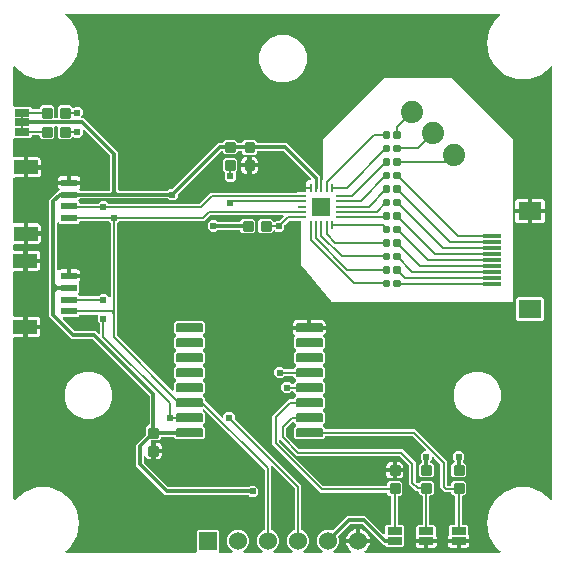
<source format=gbr>
G04 EAGLE Gerber RS-274X export*
G75*
%MOMM*%
%FSLAX34Y34*%
%LPD*%
%INTop Copper*%
%IPPOS*%
%AMOC8*
5,1,8,0,0,1.08239X$1,22.5*%
G01*
%ADD10C,0.222250*%
%ADD11C,0.317500*%
%ADD12R,0.800000X0.250000*%
%ADD13R,0.250000X0.800000*%
%ADD14R,1.550000X1.550000*%
%ADD15R,1.350000X0.600000*%
%ADD16R,2.000000X1.200000*%
%ADD17R,1.270000X0.635000*%
%ADD18C,0.203200*%
%ADD19C,0.190500*%
%ADD20R,1.524000X1.524000*%
%ADD21C,1.524000*%
%ADD22C,1.879600*%
%ADD23R,1.600000X0.300000*%
%ADD24R,1.950000X1.600000*%
%ADD25C,0.609600*%
%ADD26C,0.304800*%
%ADD27C,0.254000*%

G36*
X266313Y5095D02*
X266313Y5095D01*
X266405Y5100D01*
X266444Y5114D01*
X266484Y5121D01*
X266567Y5161D01*
X266654Y5193D01*
X266687Y5218D01*
X266724Y5236D01*
X266791Y5299D01*
X266864Y5356D01*
X266888Y5389D01*
X266918Y5418D01*
X266964Y5498D01*
X267017Y5573D01*
X267030Y5613D01*
X267050Y5648D01*
X267070Y5739D01*
X267098Y5826D01*
X267099Y5868D01*
X267108Y5908D01*
X267100Y6000D01*
X267101Y6092D01*
X267090Y6132D01*
X267086Y6173D01*
X267052Y6258D01*
X267025Y6347D01*
X267003Y6381D01*
X266987Y6420D01*
X266929Y6491D01*
X266878Y6568D01*
X266852Y6586D01*
X266820Y6626D01*
X266598Y6773D01*
X266578Y6778D01*
X266562Y6790D01*
X265976Y7032D01*
X263332Y9676D01*
X261901Y13130D01*
X261901Y16870D01*
X263332Y20324D01*
X265976Y22968D01*
X269430Y24399D01*
X273170Y24399D01*
X274642Y23789D01*
X274703Y23774D01*
X274760Y23749D01*
X274831Y23742D01*
X274900Y23725D01*
X274962Y23728D01*
X275024Y23722D01*
X275094Y23736D01*
X275166Y23740D01*
X275224Y23762D01*
X275285Y23774D01*
X275325Y23800D01*
X275415Y23833D01*
X275470Y23876D01*
X275497Y23890D01*
X275547Y23935D01*
X275584Y23964D01*
X275610Y23981D01*
X285249Y33620D01*
X287444Y35815D01*
X303120Y35815D01*
X305315Y33620D01*
X318173Y20762D01*
X318214Y20731D01*
X318250Y20693D01*
X318321Y20653D01*
X318387Y20604D01*
X318436Y20587D01*
X318480Y20562D01*
X318560Y20544D01*
X318638Y20517D01*
X318690Y20515D01*
X318740Y20504D01*
X318822Y20510D01*
X318904Y20508D01*
X318953Y20521D01*
X319005Y20525D01*
X319081Y20556D01*
X319160Y20577D01*
X319204Y20605D01*
X319252Y20624D01*
X319315Y20676D01*
X319384Y20720D01*
X319418Y20759D01*
X319458Y20792D01*
X319503Y20860D01*
X319556Y20923D01*
X319577Y20970D01*
X319605Y21013D01*
X319617Y21063D01*
X319661Y21167D01*
X319679Y21345D01*
X319689Y21390D01*
X319689Y27030D01*
X320731Y28072D01*
X324135Y28072D01*
X324237Y28087D01*
X324339Y28095D01*
X324367Y28107D01*
X324398Y28112D01*
X324490Y28156D01*
X324586Y28194D01*
X324609Y28214D01*
X324637Y28227D01*
X324712Y28297D01*
X324792Y28362D01*
X324809Y28388D01*
X324831Y28409D01*
X324882Y28498D01*
X324939Y28583D01*
X324945Y28607D01*
X324963Y28639D01*
X325021Y28899D01*
X325018Y28937D01*
X325023Y28960D01*
X325023Y52404D01*
X325008Y52506D01*
X325000Y52608D01*
X324988Y52636D01*
X324983Y52667D01*
X324939Y52759D01*
X324901Y52855D01*
X324881Y52878D01*
X324868Y52906D01*
X324798Y52981D01*
X324733Y53061D01*
X324707Y53078D01*
X324686Y53100D01*
X324597Y53151D01*
X324512Y53208D01*
X324488Y53214D01*
X324456Y53232D01*
X324196Y53290D01*
X324158Y53287D01*
X324135Y53292D01*
X323257Y53292D01*
X321564Y54985D01*
X321564Y54991D01*
X321549Y55093D01*
X321541Y55195D01*
X321529Y55223D01*
X321524Y55254D01*
X321480Y55346D01*
X321442Y55442D01*
X321422Y55465D01*
X321409Y55493D01*
X321339Y55568D01*
X321274Y55648D01*
X321248Y55665D01*
X321227Y55687D01*
X321138Y55738D01*
X321053Y55795D01*
X321029Y55801D01*
X320997Y55819D01*
X320737Y55877D01*
X320699Y55874D01*
X320676Y55879D01*
X265034Y55879D01*
X224281Y96632D01*
X224281Y121046D01*
X226178Y122943D01*
X226179Y122943D01*
X236083Y132847D01*
X236083Y132848D01*
X237980Y134745D01*
X241383Y134745D01*
X241485Y134760D01*
X241587Y134768D01*
X241615Y134780D01*
X241646Y134785D01*
X241738Y134829D01*
X241834Y134867D01*
X241857Y134887D01*
X241885Y134900D01*
X241960Y134970D01*
X242040Y135035D01*
X242057Y135061D01*
X242079Y135082D01*
X242130Y135171D01*
X242187Y135256D01*
X242193Y135280D01*
X242211Y135312D01*
X242269Y135572D01*
X242268Y135587D01*
X242269Y135592D01*
X242267Y135615D01*
X242271Y135633D01*
X242271Y135939D01*
X244004Y137672D01*
X244065Y137755D01*
X244132Y137833D01*
X244144Y137861D01*
X244162Y137886D01*
X244196Y137983D01*
X244236Y138077D01*
X244239Y138108D01*
X244249Y138137D01*
X244253Y138239D01*
X244264Y138342D01*
X244258Y138372D01*
X244259Y138403D01*
X244232Y138502D01*
X244212Y138602D01*
X244199Y138622D01*
X244189Y138659D01*
X244131Y138749D01*
X244124Y138769D01*
X244102Y138795D01*
X244046Y138883D01*
X244017Y138908D01*
X244004Y138928D01*
X242271Y140661D01*
X242271Y140967D01*
X242256Y141069D01*
X242248Y141171D01*
X242236Y141199D01*
X242231Y141230D01*
X242187Y141322D01*
X242149Y141418D01*
X242129Y141441D01*
X242116Y141469D01*
X242046Y141544D01*
X241981Y141624D01*
X241955Y141641D01*
X241934Y141663D01*
X241845Y141714D01*
X241760Y141771D01*
X241736Y141777D01*
X241704Y141795D01*
X241444Y141853D01*
X241406Y141850D01*
X241383Y141855D01*
X240997Y141855D01*
X240977Y141852D01*
X240956Y141854D01*
X240845Y141832D01*
X240734Y141815D01*
X240716Y141806D01*
X240695Y141802D01*
X240656Y141778D01*
X240495Y141700D01*
X240413Y141623D01*
X240369Y141595D01*
X238727Y139953D01*
X234729Y139953D01*
X231901Y142781D01*
X231901Y146779D01*
X234729Y149607D01*
X238727Y149607D01*
X240629Y147705D01*
X240646Y147692D01*
X240659Y147676D01*
X240753Y147614D01*
X240843Y147547D01*
X240863Y147540D01*
X240880Y147529D01*
X240925Y147519D01*
X241094Y147460D01*
X241207Y147456D01*
X241257Y147445D01*
X241383Y147445D01*
X241485Y147460D01*
X241587Y147468D01*
X241615Y147480D01*
X241646Y147485D01*
X241738Y147529D01*
X241834Y147567D01*
X241857Y147587D01*
X241885Y147600D01*
X241960Y147670D01*
X242040Y147735D01*
X242057Y147761D01*
X242079Y147782D01*
X242130Y147871D01*
X242187Y147956D01*
X242193Y147980D01*
X242211Y148012D01*
X242269Y148272D01*
X242266Y148310D01*
X242271Y148333D01*
X242271Y148639D01*
X244004Y150372D01*
X244065Y150455D01*
X244132Y150533D01*
X244144Y150561D01*
X244162Y150586D01*
X244196Y150683D01*
X244236Y150777D01*
X244239Y150808D01*
X244249Y150837D01*
X244253Y150939D01*
X244264Y151042D01*
X244258Y151072D01*
X244259Y151103D01*
X244232Y151202D01*
X244212Y151302D01*
X244199Y151322D01*
X244189Y151359D01*
X244046Y151583D01*
X244017Y151608D01*
X244004Y151628D01*
X242271Y153361D01*
X242271Y153667D01*
X242256Y153769D01*
X242248Y153871D01*
X242236Y153899D01*
X242231Y153930D01*
X242187Y154022D01*
X242149Y154118D01*
X242129Y154141D01*
X242116Y154169D01*
X242046Y154244D01*
X241981Y154324D01*
X241955Y154341D01*
X241934Y154363D01*
X241845Y154414D01*
X241760Y154471D01*
X241736Y154477D01*
X241704Y154495D01*
X241444Y154553D01*
X241406Y154550D01*
X241383Y154555D01*
X234901Y154555D01*
X234881Y154552D01*
X234860Y154554D01*
X234749Y154532D01*
X234638Y154515D01*
X234620Y154506D01*
X234599Y154502D01*
X234560Y154478D01*
X234399Y154400D01*
X234317Y154323D01*
X234273Y154295D01*
X232631Y152653D01*
X228633Y152653D01*
X225805Y155481D01*
X225805Y159479D01*
X228633Y162307D01*
X232631Y162307D01*
X234533Y160405D01*
X234550Y160392D01*
X234563Y160376D01*
X234657Y160314D01*
X234747Y160247D01*
X234767Y160240D01*
X234784Y160229D01*
X234829Y160219D01*
X234998Y160160D01*
X235111Y160156D01*
X235161Y160145D01*
X241383Y160145D01*
X241485Y160160D01*
X241587Y160168D01*
X241615Y160180D01*
X241646Y160185D01*
X241738Y160229D01*
X241834Y160267D01*
X241857Y160287D01*
X241885Y160300D01*
X241960Y160370D01*
X242040Y160435D01*
X242057Y160461D01*
X242079Y160482D01*
X242130Y160571D01*
X242187Y160656D01*
X242193Y160680D01*
X242211Y160712D01*
X242269Y160972D01*
X242266Y161010D01*
X242271Y161033D01*
X242271Y161339D01*
X244004Y163072D01*
X244065Y163155D01*
X244132Y163233D01*
X244144Y163261D01*
X244162Y163286D01*
X244196Y163383D01*
X244236Y163477D01*
X244239Y163508D01*
X244249Y163537D01*
X244253Y163639D01*
X244264Y163742D01*
X244258Y163772D01*
X244259Y163803D01*
X244232Y163902D01*
X244212Y164002D01*
X244199Y164022D01*
X244189Y164059D01*
X244046Y164283D01*
X244017Y164308D01*
X244004Y164328D01*
X242271Y166061D01*
X242271Y174039D01*
X244004Y175772D01*
X244065Y175855D01*
X244132Y175933D01*
X244144Y175961D01*
X244162Y175986D01*
X244196Y176083D01*
X244236Y176177D01*
X244239Y176208D01*
X244249Y176237D01*
X244253Y176339D01*
X244264Y176442D01*
X244258Y176472D01*
X244259Y176503D01*
X244232Y176602D01*
X244212Y176702D01*
X244199Y176722D01*
X244189Y176759D01*
X244046Y176983D01*
X244017Y177008D01*
X244004Y177028D01*
X242271Y178761D01*
X242271Y186739D01*
X243606Y188074D01*
X243657Y188143D01*
X243715Y188206D01*
X243736Y188249D01*
X243764Y188288D01*
X243792Y188369D01*
X243829Y188446D01*
X243836Y188494D01*
X243851Y188539D01*
X243854Y188625D01*
X243866Y188709D01*
X243859Y188757D01*
X243861Y188805D01*
X243838Y188887D01*
X243824Y188972D01*
X243803Y189015D01*
X243791Y189061D01*
X243745Y189133D01*
X243707Y189210D01*
X243681Y189234D01*
X243648Y189285D01*
X243445Y189457D01*
X243430Y189464D01*
X243422Y189471D01*
X242858Y189797D01*
X242207Y190448D01*
X241747Y191244D01*
X241509Y192133D01*
X241509Y193673D01*
X254591Y193673D01*
X254692Y193688D01*
X254795Y193697D01*
X254823Y193708D01*
X254854Y193713D01*
X254946Y193757D01*
X255041Y193796D01*
X255065Y193815D01*
X255093Y193828D01*
X255168Y193898D01*
X255248Y193963D01*
X255265Y193989D01*
X255287Y194010D01*
X255338Y194099D01*
X255395Y194184D01*
X255400Y194208D01*
X255419Y194240D01*
X255477Y194500D01*
X255474Y194538D01*
X255479Y194561D01*
X255479Y195451D01*
X255481Y195451D01*
X255481Y194561D01*
X255496Y194460D01*
X255505Y194357D01*
X255516Y194329D01*
X255521Y194298D01*
X255565Y194206D01*
X255604Y194111D01*
X255623Y194087D01*
X255636Y194059D01*
X255706Y193984D01*
X255771Y193904D01*
X255797Y193887D01*
X255818Y193865D01*
X255907Y193814D01*
X255992Y193757D01*
X256016Y193751D01*
X256049Y193733D01*
X256308Y193675D01*
X256346Y193678D01*
X256369Y193673D01*
X269451Y193673D01*
X269451Y192133D01*
X269213Y191244D01*
X268753Y190448D01*
X268102Y189797D01*
X267538Y189471D01*
X267471Y189418D01*
X267398Y189372D01*
X267367Y189335D01*
X267330Y189305D01*
X267282Y189234D01*
X267226Y189169D01*
X267207Y189125D01*
X267181Y189085D01*
X267156Y189003D01*
X267122Y188925D01*
X267117Y188877D01*
X267103Y188831D01*
X267103Y188746D01*
X267094Y188660D01*
X267104Y188613D01*
X267104Y188565D01*
X267130Y188484D01*
X267147Y188400D01*
X267166Y188370D01*
X267184Y188312D01*
X267335Y188093D01*
X267348Y188083D01*
X267354Y188074D01*
X268689Y186739D01*
X268689Y178761D01*
X266956Y177028D01*
X266895Y176945D01*
X266828Y176867D01*
X266816Y176839D01*
X266798Y176814D01*
X266764Y176717D01*
X266724Y176623D01*
X266721Y176592D01*
X266711Y176563D01*
X266707Y176460D01*
X266696Y176358D01*
X266702Y176328D01*
X266701Y176297D01*
X266728Y176198D01*
X266748Y176098D01*
X266761Y176077D01*
X266771Y176041D01*
X266914Y175817D01*
X266943Y175792D01*
X266956Y175772D01*
X268689Y174039D01*
X268689Y166061D01*
X266956Y164328D01*
X266895Y164245D01*
X266828Y164167D01*
X266816Y164139D01*
X266798Y164114D01*
X266764Y164017D01*
X266724Y163923D01*
X266721Y163892D01*
X266711Y163863D01*
X266707Y163760D01*
X266696Y163658D01*
X266702Y163628D01*
X266701Y163597D01*
X266728Y163498D01*
X266748Y163398D01*
X266761Y163377D01*
X266771Y163341D01*
X266914Y163117D01*
X266943Y163092D01*
X266956Y163072D01*
X268689Y161339D01*
X268689Y153361D01*
X266956Y151628D01*
X266895Y151545D01*
X266828Y151467D01*
X266816Y151439D01*
X266798Y151414D01*
X266764Y151317D01*
X266724Y151223D01*
X266721Y151192D01*
X266711Y151163D01*
X266707Y151060D01*
X266696Y150958D01*
X266702Y150928D01*
X266701Y150897D01*
X266728Y150798D01*
X266748Y150698D01*
X266761Y150677D01*
X266771Y150641D01*
X266914Y150417D01*
X266943Y150392D01*
X266956Y150372D01*
X268689Y148639D01*
X268689Y140661D01*
X266956Y138928D01*
X266928Y138890D01*
X266906Y138870D01*
X266886Y138835D01*
X266828Y138767D01*
X266816Y138739D01*
X266798Y138714D01*
X266764Y138617D01*
X266724Y138523D01*
X266721Y138492D01*
X266711Y138463D01*
X266707Y138360D01*
X266696Y138258D01*
X266702Y138228D01*
X266701Y138197D01*
X266728Y138098D01*
X266748Y137998D01*
X266761Y137977D01*
X266771Y137941D01*
X266914Y137717D01*
X266943Y137692D01*
X266956Y137672D01*
X268689Y135939D01*
X268689Y127961D01*
X266956Y126228D01*
X266895Y126145D01*
X266828Y126067D01*
X266816Y126039D01*
X266798Y126014D01*
X266764Y125917D01*
X266724Y125823D01*
X266721Y125792D01*
X266711Y125763D01*
X266707Y125660D01*
X266696Y125558D01*
X266702Y125528D01*
X266701Y125497D01*
X266728Y125398D01*
X266748Y125298D01*
X266761Y125277D01*
X266771Y125241D01*
X266914Y125017D01*
X266943Y124992D01*
X266956Y124972D01*
X268689Y123239D01*
X268689Y115261D01*
X266956Y113528D01*
X266895Y113445D01*
X266828Y113367D01*
X266816Y113339D01*
X266798Y113314D01*
X266764Y113217D01*
X266724Y113123D01*
X266721Y113092D01*
X266711Y113063D01*
X266707Y112960D01*
X266696Y112858D01*
X266702Y112828D01*
X266701Y112797D01*
X266728Y112698D01*
X266748Y112598D01*
X266761Y112577D01*
X266771Y112541D01*
X266914Y112317D01*
X266943Y112292D01*
X266956Y112272D01*
X268689Y110539D01*
X268689Y110233D01*
X268704Y110131D01*
X268712Y110029D01*
X268724Y110001D01*
X268729Y109970D01*
X268773Y109878D01*
X268811Y109782D01*
X268831Y109759D01*
X268844Y109731D01*
X268914Y109656D01*
X268979Y109576D01*
X269005Y109559D01*
X269026Y109537D01*
X269115Y109486D01*
X269200Y109429D01*
X269224Y109423D01*
X269256Y109405D01*
X269516Y109347D01*
X269554Y109350D01*
X269577Y109345D01*
X344950Y109345D01*
X372111Y82184D01*
X372111Y62611D01*
X372126Y62509D01*
X372134Y62407D01*
X372146Y62379D01*
X372151Y62348D01*
X372195Y62256D01*
X372233Y62160D01*
X372253Y62137D01*
X372266Y62109D01*
X372336Y62034D01*
X372401Y61954D01*
X372427Y61937D01*
X372448Y61915D01*
X372537Y61864D01*
X372622Y61807D01*
X372646Y61801D01*
X372678Y61783D01*
X372938Y61725D01*
X372976Y61728D01*
X372999Y61723D01*
X374930Y61723D01*
X375032Y61738D01*
X375134Y61746D01*
X375162Y61758D01*
X375193Y61763D01*
X375285Y61807D01*
X375381Y61845D01*
X375404Y61865D01*
X375432Y61878D01*
X375507Y61948D01*
X375587Y62013D01*
X375604Y62039D01*
X375626Y62060D01*
X375677Y62149D01*
X375734Y62234D01*
X375740Y62258D01*
X375758Y62290D01*
X375816Y62550D01*
X375813Y62588D01*
X375818Y62611D01*
X375818Y64151D01*
X377511Y65844D01*
X386573Y65844D01*
X388266Y64151D01*
X388266Y55089D01*
X386573Y53396D01*
X385665Y53396D01*
X385563Y53381D01*
X385461Y53373D01*
X385433Y53361D01*
X385402Y53356D01*
X385310Y53312D01*
X385214Y53274D01*
X385191Y53254D01*
X385163Y53241D01*
X385088Y53171D01*
X385008Y53106D01*
X384991Y53080D01*
X384969Y53059D01*
X384918Y52970D01*
X384861Y52885D01*
X384855Y52861D01*
X384837Y52829D01*
X384779Y52569D01*
X384782Y52531D01*
X384777Y52508D01*
X384777Y28868D01*
X384792Y28766D01*
X384800Y28664D01*
X384812Y28636D01*
X384817Y28605D01*
X384861Y28513D01*
X384899Y28417D01*
X384919Y28394D01*
X384932Y28366D01*
X385002Y28291D01*
X385067Y28211D01*
X385093Y28194D01*
X385114Y28172D01*
X385203Y28121D01*
X385288Y28064D01*
X385312Y28058D01*
X385344Y28040D01*
X385604Y27982D01*
X385642Y27985D01*
X385665Y27980D01*
X389069Y27980D01*
X390111Y26938D01*
X390111Y20255D01*
X390114Y20235D01*
X390112Y20214D01*
X390134Y20103D01*
X390151Y19993D01*
X390160Y19974D01*
X390164Y19953D01*
X390188Y19914D01*
X390266Y19753D01*
X390343Y19671D01*
X390344Y19669D01*
X390700Y19054D01*
X390873Y18408D01*
X390873Y16485D01*
X382681Y16485D01*
X382579Y16469D01*
X382477Y16461D01*
X382448Y16450D01*
X382418Y16445D01*
X382326Y16400D01*
X382230Y16362D01*
X382206Y16343D01*
X382179Y16329D01*
X382104Y16259D01*
X382024Y16194D01*
X382007Y16169D01*
X381984Y16148D01*
X381979Y16138D01*
X381946Y16174D01*
X381881Y16253D01*
X381856Y16270D01*
X381835Y16293D01*
X381746Y16344D01*
X381660Y16401D01*
X381637Y16406D01*
X381604Y16425D01*
X381344Y16483D01*
X381307Y16480D01*
X381283Y16485D01*
X373091Y16485D01*
X373091Y18408D01*
X373264Y19054D01*
X373604Y19643D01*
X373606Y19644D01*
X373622Y19657D01*
X373684Y19751D01*
X373751Y19841D01*
X373758Y19861D01*
X373769Y19879D01*
X373779Y19923D01*
X373838Y20092D01*
X373842Y20205D01*
X373853Y20255D01*
X373853Y26938D01*
X374895Y27980D01*
X378299Y27980D01*
X378401Y27995D01*
X378503Y28003D01*
X378531Y28015D01*
X378562Y28020D01*
X378654Y28064D01*
X378750Y28102D01*
X378773Y28122D01*
X378801Y28135D01*
X378876Y28205D01*
X378956Y28270D01*
X378973Y28296D01*
X378995Y28317D01*
X379046Y28406D01*
X379103Y28491D01*
X379109Y28515D01*
X379127Y28547D01*
X379185Y28807D01*
X379182Y28845D01*
X379187Y28868D01*
X379187Y52508D01*
X379172Y52610D01*
X379164Y52712D01*
X379152Y52740D01*
X379147Y52771D01*
X379103Y52863D01*
X379065Y52959D01*
X379045Y52982D01*
X379032Y53010D01*
X378962Y53085D01*
X378897Y53165D01*
X378871Y53182D01*
X378850Y53204D01*
X378761Y53255D01*
X378676Y53312D01*
X378652Y53318D01*
X378620Y53336D01*
X378360Y53394D01*
X378322Y53391D01*
X378299Y53396D01*
X377511Y53396D01*
X375818Y55089D01*
X375818Y55245D01*
X375803Y55347D01*
X375795Y55449D01*
X375783Y55477D01*
X375778Y55508D01*
X375734Y55600D01*
X375696Y55696D01*
X375676Y55719D01*
X375663Y55747D01*
X375593Y55822D01*
X375528Y55902D01*
X375502Y55919D01*
X375481Y55941D01*
X375392Y55992D01*
X375307Y56049D01*
X375283Y56055D01*
X375251Y56073D01*
X374991Y56131D01*
X374953Y56128D01*
X374930Y56133D01*
X370190Y56133D01*
X366521Y59802D01*
X366521Y79500D01*
X366518Y79521D01*
X366520Y79542D01*
X366498Y79652D01*
X366481Y79763D01*
X366472Y79782D01*
X366468Y79803D01*
X366444Y79841D01*
X366366Y80003D01*
X366289Y80085D01*
X366261Y80129D01*
X360927Y85463D01*
X360886Y85493D01*
X360850Y85531D01*
X360779Y85572D01*
X360713Y85620D01*
X360664Y85637D01*
X360620Y85663D01*
X360540Y85681D01*
X360462Y85708D01*
X360410Y85709D01*
X360360Y85721D01*
X360278Y85714D01*
X360196Y85717D01*
X360147Y85703D01*
X360095Y85699D01*
X360019Y85669D01*
X359940Y85647D01*
X359896Y85619D01*
X359848Y85600D01*
X359785Y85548D01*
X359716Y85504D01*
X359682Y85465D01*
X359642Y85432D01*
X359597Y85364D01*
X359544Y85302D01*
X359523Y85254D01*
X359495Y85211D01*
X359483Y85161D01*
X359439Y85057D01*
X359421Y84879D01*
X359411Y84835D01*
X359411Y84107D01*
X358147Y82843D01*
X358134Y82826D01*
X358118Y82813D01*
X358056Y82719D01*
X357989Y82629D01*
X357982Y82609D01*
X357971Y82592D01*
X357961Y82547D01*
X357902Y82378D01*
X357898Y82265D01*
X357887Y82215D01*
X357887Y81954D01*
X357902Y81852D01*
X357910Y81750D01*
X357922Y81722D01*
X357927Y81691D01*
X357971Y81599D01*
X358009Y81503D01*
X358029Y81480D01*
X358042Y81452D01*
X358112Y81377D01*
X358177Y81297D01*
X358203Y81280D01*
X358224Y81258D01*
X358313Y81207D01*
X358398Y81150D01*
X358422Y81144D01*
X358454Y81126D01*
X358714Y81068D01*
X358752Y81071D01*
X358775Y81066D01*
X359121Y81066D01*
X360814Y79373D01*
X360814Y70311D01*
X359121Y68618D01*
X350059Y68618D01*
X348366Y70311D01*
X348366Y79373D01*
X350059Y81066D01*
X350393Y81066D01*
X350495Y81081D01*
X350597Y81089D01*
X350625Y81101D01*
X350656Y81106D01*
X350748Y81150D01*
X350844Y81188D01*
X350867Y81208D01*
X350895Y81221D01*
X350970Y81291D01*
X351050Y81356D01*
X351067Y81382D01*
X351089Y81403D01*
X351140Y81492D01*
X351197Y81577D01*
X351203Y81601D01*
X351221Y81633D01*
X351279Y81893D01*
X351276Y81931D01*
X351281Y81954D01*
X351281Y82215D01*
X351278Y82235D01*
X351280Y82256D01*
X351258Y82367D01*
X351241Y82478D01*
X351232Y82496D01*
X351228Y82517D01*
X351204Y82556D01*
X351126Y82717D01*
X351049Y82799D01*
X351021Y82843D01*
X349757Y84107D01*
X349757Y88105D01*
X352585Y90933D01*
X353313Y90933D01*
X353363Y90940D01*
X353415Y90939D01*
X353494Y90960D01*
X353575Y90973D01*
X353622Y90995D01*
X353672Y91009D01*
X353741Y91053D01*
X353815Y91088D01*
X353852Y91123D01*
X353896Y91151D01*
X353949Y91214D01*
X354009Y91270D01*
X354035Y91314D01*
X354068Y91354D01*
X354100Y91429D01*
X354141Y91500D01*
X354152Y91551D01*
X354172Y91598D01*
X354181Y91680D01*
X354199Y91760D01*
X354194Y91811D01*
X354200Y91863D01*
X354184Y91943D01*
X354177Y92025D01*
X354158Y92073D01*
X354148Y92123D01*
X354120Y92167D01*
X354078Y92272D01*
X353965Y92411D01*
X353941Y92449D01*
X342895Y103495D01*
X342878Y103508D01*
X342864Y103524D01*
X342771Y103586D01*
X342681Y103653D01*
X342661Y103660D01*
X342643Y103671D01*
X342599Y103681D01*
X342430Y103740D01*
X342317Y103744D01*
X342266Y103755D01*
X269577Y103755D01*
X269475Y103740D01*
X269373Y103732D01*
X269345Y103720D01*
X269314Y103715D01*
X269222Y103671D01*
X269126Y103633D01*
X269103Y103613D01*
X269075Y103600D01*
X269000Y103530D01*
X268920Y103465D01*
X268903Y103439D01*
X268881Y103418D01*
X268830Y103329D01*
X268773Y103244D01*
X268767Y103220D01*
X268749Y103188D01*
X268691Y102928D01*
X268694Y102890D01*
X268689Y102867D01*
X268689Y102561D01*
X267089Y100961D01*
X243871Y100961D01*
X242271Y102561D01*
X242271Y110539D01*
X244004Y112272D01*
X244065Y112355D01*
X244132Y112433D01*
X244144Y112461D01*
X244162Y112486D01*
X244196Y112583D01*
X244236Y112677D01*
X244239Y112708D01*
X244249Y112737D01*
X244253Y112839D01*
X244264Y112942D01*
X244258Y112972D01*
X244259Y113003D01*
X244232Y113102D01*
X244212Y113202D01*
X244199Y113222D01*
X244189Y113259D01*
X244046Y113483D01*
X244017Y113508D01*
X244004Y113528D01*
X242204Y115329D01*
X242121Y115390D01*
X242043Y115456D01*
X242014Y115468D01*
X241990Y115487D01*
X241893Y115520D01*
X241798Y115561D01*
X241768Y115564D01*
X241738Y115574D01*
X241636Y115578D01*
X241534Y115588D01*
X241504Y115582D01*
X241473Y115583D01*
X241374Y115556D01*
X241273Y115536D01*
X241253Y115523D01*
X241216Y115513D01*
X240992Y115371D01*
X240968Y115342D01*
X240947Y115329D01*
X235973Y110355D01*
X235960Y110338D01*
X235944Y110324D01*
X235882Y110231D01*
X235815Y110141D01*
X235808Y110121D01*
X235797Y110103D01*
X235787Y110059D01*
X235728Y109890D01*
X235724Y109777D01*
X235713Y109726D01*
X235713Y104396D01*
X235716Y104375D01*
X235714Y104354D01*
X235736Y104244D01*
X235753Y104133D01*
X235762Y104114D01*
X235766Y104093D01*
X235790Y104055D01*
X235868Y103893D01*
X235945Y103811D01*
X235973Y103767D01*
X247023Y92717D01*
X247040Y92704D01*
X247054Y92688D01*
X247147Y92626D01*
X247237Y92559D01*
X247257Y92552D01*
X247275Y92541D01*
X247319Y92531D01*
X247488Y92472D01*
X247601Y92468D01*
X247652Y92457D01*
X334660Y92457D01*
X345695Y81422D01*
X345695Y65534D01*
X345698Y65513D01*
X345696Y65492D01*
X345718Y65382D01*
X345735Y65271D01*
X345744Y65252D01*
X345748Y65231D01*
X345772Y65193D01*
X345850Y65031D01*
X345927Y64949D01*
X345955Y64905D01*
X346919Y63942D01*
X346925Y63937D01*
X346929Y63934D01*
X347001Y63881D01*
X347080Y63814D01*
X347108Y63802D01*
X347133Y63784D01*
X347230Y63750D01*
X347324Y63710D01*
X347355Y63707D01*
X347384Y63696D01*
X347486Y63693D01*
X347589Y63682D01*
X347619Y63688D01*
X347649Y63687D01*
X347748Y63714D01*
X347849Y63734D01*
X347869Y63747D01*
X347906Y63757D01*
X348056Y63853D01*
X348073Y63861D01*
X348081Y63869D01*
X348130Y63900D01*
X348155Y63929D01*
X348175Y63942D01*
X350059Y65826D01*
X359121Y65826D01*
X360814Y64133D01*
X360814Y55071D01*
X359121Y53378D01*
X358059Y53378D01*
X357957Y53363D01*
X357855Y53355D01*
X357827Y53343D01*
X357796Y53338D01*
X357704Y53294D01*
X357608Y53256D01*
X357585Y53236D01*
X357557Y53223D01*
X357482Y53153D01*
X357402Y53088D01*
X357385Y53062D01*
X357363Y53041D01*
X357312Y52952D01*
X357255Y52867D01*
X357249Y52843D01*
X357231Y52811D01*
X357173Y52551D01*
X357176Y52513D01*
X357171Y52490D01*
X357171Y28860D01*
X357186Y28758D01*
X357194Y28656D01*
X357206Y28628D01*
X357211Y28597D01*
X357255Y28505D01*
X357293Y28409D01*
X357313Y28386D01*
X357326Y28358D01*
X357396Y28283D01*
X357461Y28203D01*
X357487Y28186D01*
X357508Y28164D01*
X357597Y28113D01*
X357682Y28056D01*
X357706Y28050D01*
X357738Y28032D01*
X357998Y27974D01*
X358036Y27977D01*
X358059Y27972D01*
X361463Y27972D01*
X362505Y26930D01*
X362505Y20247D01*
X362508Y20227D01*
X362506Y20206D01*
X362528Y20095D01*
X362545Y19985D01*
X362554Y19966D01*
X362558Y19945D01*
X362582Y19906D01*
X362660Y19745D01*
X362737Y19663D01*
X362738Y19661D01*
X363094Y19046D01*
X363267Y18400D01*
X363267Y16477D01*
X355075Y16477D01*
X354973Y16461D01*
X354871Y16453D01*
X354842Y16442D01*
X354812Y16437D01*
X354720Y16392D01*
X354624Y16354D01*
X354600Y16335D01*
X354573Y16321D01*
X354498Y16251D01*
X354418Y16186D01*
X354401Y16161D01*
X354378Y16140D01*
X354373Y16130D01*
X354340Y16166D01*
X354275Y16245D01*
X354250Y16262D01*
X354229Y16285D01*
X354140Y16336D01*
X354054Y16393D01*
X354031Y16398D01*
X353998Y16417D01*
X353738Y16475D01*
X353701Y16472D01*
X353677Y16477D01*
X345485Y16477D01*
X345485Y18400D01*
X345658Y19046D01*
X345998Y19635D01*
X346000Y19636D01*
X346016Y19649D01*
X346078Y19743D01*
X346145Y19833D01*
X346152Y19853D01*
X346163Y19871D01*
X346173Y19915D01*
X346232Y20084D01*
X346236Y20197D01*
X346247Y20247D01*
X346247Y26930D01*
X347289Y27972D01*
X350693Y27972D01*
X350795Y27987D01*
X350897Y27995D01*
X350925Y28007D01*
X350956Y28012D01*
X351048Y28056D01*
X351144Y28094D01*
X351167Y28114D01*
X351195Y28127D01*
X351270Y28197D01*
X351350Y28262D01*
X351367Y28288D01*
X351389Y28309D01*
X351440Y28398D01*
X351497Y28483D01*
X351503Y28507D01*
X351521Y28539D01*
X351579Y28799D01*
X351576Y28837D01*
X351581Y28860D01*
X351581Y52490D01*
X351566Y52592D01*
X351558Y52694D01*
X351546Y52722D01*
X351541Y52753D01*
X351497Y52845D01*
X351459Y52941D01*
X351439Y52964D01*
X351426Y52992D01*
X351356Y53067D01*
X351291Y53147D01*
X351265Y53164D01*
X351244Y53186D01*
X351155Y53237D01*
X351070Y53294D01*
X351046Y53300D01*
X351014Y53318D01*
X350754Y53376D01*
X350716Y53373D01*
X350693Y53378D01*
X350059Y53378D01*
X348366Y55071D01*
X348366Y55919D01*
X348351Y56021D01*
X348343Y56123D01*
X348331Y56151D01*
X348326Y56182D01*
X348282Y56274D01*
X348244Y56370D01*
X348224Y56393D01*
X348211Y56421D01*
X348141Y56496D01*
X348076Y56576D01*
X348050Y56593D01*
X348029Y56615D01*
X347940Y56666D01*
X347855Y56723D01*
X347831Y56729D01*
X347799Y56747D01*
X347539Y56805D01*
X347501Y56802D01*
X347478Y56807D01*
X346148Y56807D01*
X340105Y62850D01*
X340105Y78738D01*
X340102Y78759D01*
X340104Y78780D01*
X340082Y78890D01*
X340065Y79001D01*
X340056Y79020D01*
X340052Y79041D01*
X340028Y79079D01*
X339950Y79241D01*
X339873Y79323D01*
X339845Y79367D01*
X332605Y86607D01*
X332588Y86620D01*
X332574Y86636D01*
X332481Y86698D01*
X332391Y86765D01*
X332371Y86772D01*
X332353Y86783D01*
X332309Y86793D01*
X332140Y86852D01*
X332027Y86856D01*
X331976Y86867D01*
X244968Y86867D01*
X243071Y88765D01*
X231387Y100449D01*
X231346Y100479D01*
X231310Y100517D01*
X231239Y100558D01*
X231173Y100606D01*
X231124Y100623D01*
X231080Y100649D01*
X231000Y100667D01*
X230922Y100694D01*
X230870Y100695D01*
X230820Y100707D01*
X230738Y100700D01*
X230656Y100703D01*
X230607Y100689D01*
X230555Y100685D01*
X230479Y100655D01*
X230400Y100633D01*
X230356Y100605D01*
X230308Y100586D01*
X230245Y100534D01*
X230176Y100490D01*
X230142Y100451D01*
X230102Y100418D01*
X230057Y100350D01*
X230004Y100288D01*
X229983Y100240D01*
X229955Y100197D01*
X229943Y100147D01*
X229899Y100043D01*
X229881Y99865D01*
X229871Y99821D01*
X229871Y99316D01*
X229874Y99295D01*
X229872Y99274D01*
X229894Y99164D01*
X229911Y99053D01*
X229920Y99034D01*
X229924Y99013D01*
X229948Y98975D01*
X230026Y98813D01*
X230103Y98731D01*
X230131Y98687D01*
X267089Y61729D01*
X267106Y61716D01*
X267120Y61700D01*
X267213Y61638D01*
X267303Y61571D01*
X267323Y61564D01*
X267341Y61553D01*
X267385Y61543D01*
X267554Y61484D01*
X267667Y61480D01*
X267718Y61469D01*
X320676Y61469D01*
X320778Y61484D01*
X320880Y61492D01*
X320908Y61504D01*
X320939Y61509D01*
X321031Y61553D01*
X321127Y61591D01*
X321150Y61611D01*
X321178Y61624D01*
X321253Y61694D01*
X321333Y61759D01*
X321350Y61785D01*
X321372Y61806D01*
X321423Y61895D01*
X321480Y61980D01*
X321486Y62004D01*
X321504Y62036D01*
X321562Y62296D01*
X321559Y62334D01*
X321564Y62357D01*
X321564Y64047D01*
X323257Y65740D01*
X332319Y65740D01*
X334012Y64047D01*
X334012Y54985D01*
X332319Y53292D01*
X331501Y53292D01*
X331399Y53277D01*
X331297Y53269D01*
X331269Y53257D01*
X331238Y53252D01*
X331146Y53208D01*
X331050Y53170D01*
X331027Y53150D01*
X330999Y53137D01*
X330924Y53067D01*
X330844Y53002D01*
X330827Y52976D01*
X330805Y52955D01*
X330754Y52866D01*
X330697Y52781D01*
X330691Y52757D01*
X330673Y52725D01*
X330615Y52465D01*
X330618Y52427D01*
X330613Y52404D01*
X330613Y28960D01*
X330628Y28858D01*
X330636Y28756D01*
X330648Y28728D01*
X330653Y28697D01*
X330697Y28605D01*
X330735Y28509D01*
X330755Y28486D01*
X330768Y28458D01*
X330838Y28383D01*
X330903Y28303D01*
X330929Y28286D01*
X330950Y28264D01*
X331039Y28213D01*
X331124Y28156D01*
X331148Y28150D01*
X331180Y28132D01*
X331440Y28074D01*
X331478Y28077D01*
X331501Y28072D01*
X334905Y28072D01*
X335947Y27030D01*
X335947Y11078D01*
X334905Y10036D01*
X320731Y10036D01*
X319599Y11168D01*
X319567Y11250D01*
X319547Y11273D01*
X319534Y11301D01*
X319464Y11376D01*
X319399Y11456D01*
X319373Y11473D01*
X319352Y11495D01*
X319263Y11546D01*
X319178Y11603D01*
X319154Y11609D01*
X319122Y11627D01*
X318862Y11685D01*
X318824Y11682D01*
X318801Y11687D01*
X317906Y11687D01*
X300644Y28949D01*
X300627Y28962D01*
X300614Y28978D01*
X300520Y29040D01*
X300430Y29107D01*
X300410Y29114D01*
X300393Y29125D01*
X300348Y29135D01*
X300179Y29194D01*
X300066Y29198D01*
X300016Y29209D01*
X290548Y29209D01*
X290527Y29206D01*
X290506Y29208D01*
X290396Y29186D01*
X290285Y29169D01*
X290266Y29160D01*
X290246Y29156D01*
X290207Y29132D01*
X290046Y29054D01*
X289963Y28977D01*
X289920Y28949D01*
X280281Y19310D01*
X280244Y19261D01*
X280200Y19217D01*
X280166Y19154D01*
X280123Y19096D01*
X280103Y19038D01*
X280074Y18983D01*
X280060Y18913D01*
X280036Y18845D01*
X280034Y18783D01*
X280022Y18723D01*
X280030Y18675D01*
X280027Y18580D01*
X280083Y18373D01*
X280089Y18342D01*
X280699Y16870D01*
X280699Y13130D01*
X279268Y9676D01*
X276624Y7032D01*
X276038Y6790D01*
X275959Y6742D01*
X275876Y6702D01*
X275846Y6674D01*
X275811Y6652D01*
X275749Y6583D01*
X275682Y6520D01*
X275661Y6485D01*
X275634Y6454D01*
X275596Y6370D01*
X275550Y6290D01*
X275541Y6249D01*
X275524Y6212D01*
X275512Y6120D01*
X275492Y6030D01*
X275496Y5989D01*
X275490Y5948D01*
X275506Y5857D01*
X275514Y5765D01*
X275529Y5727D01*
X275536Y5686D01*
X275578Y5604D01*
X275613Y5518D01*
X275639Y5486D01*
X275658Y5450D01*
X275722Y5384D01*
X275780Y5312D01*
X275815Y5289D01*
X275843Y5260D01*
X275925Y5216D01*
X276002Y5165D01*
X276032Y5158D01*
X276077Y5133D01*
X276338Y5082D01*
X276358Y5085D01*
X276378Y5081D01*
X290333Y5081D01*
X290452Y5099D01*
X290572Y5114D01*
X290583Y5119D01*
X290595Y5121D01*
X290704Y5173D01*
X290814Y5223D01*
X290824Y5231D01*
X290835Y5236D01*
X290923Y5319D01*
X291014Y5399D01*
X291020Y5409D01*
X291029Y5418D01*
X291089Y5522D01*
X291152Y5626D01*
X291155Y5638D01*
X291161Y5648D01*
X291187Y5766D01*
X291217Y5884D01*
X291216Y5896D01*
X291219Y5908D01*
X291209Y6029D01*
X291202Y6149D01*
X291198Y6161D01*
X291197Y6173D01*
X291152Y6285D01*
X291110Y6398D01*
X291104Y6406D01*
X291098Y6420D01*
X290930Y6626D01*
X290879Y6660D01*
X290855Y6688D01*
X290081Y7250D01*
X288950Y8381D01*
X288010Y9675D01*
X287284Y11100D01*
X286789Y12621D01*
X286694Y13223D01*
X295811Y13223D01*
X295912Y13238D01*
X296015Y13246D01*
X296043Y13258D01*
X296074Y13263D01*
X296166Y13307D01*
X296261Y13345D01*
X296285Y13365D01*
X296313Y13378D01*
X296388Y13448D01*
X296468Y13513D01*
X296485Y13539D01*
X296507Y13560D01*
X296558Y13649D01*
X296615Y13734D01*
X296620Y13758D01*
X296639Y13790D01*
X296697Y14050D01*
X296694Y14088D01*
X296699Y14111D01*
X296699Y15001D01*
X296701Y15001D01*
X296701Y14111D01*
X296716Y14009D01*
X296725Y13907D01*
X296736Y13879D01*
X296741Y13848D01*
X296785Y13756D01*
X296824Y13660D01*
X296843Y13637D01*
X296856Y13609D01*
X296926Y13534D01*
X296991Y13454D01*
X297017Y13437D01*
X297038Y13415D01*
X297127Y13364D01*
X297212Y13307D01*
X297236Y13301D01*
X297269Y13283D01*
X297528Y13225D01*
X297566Y13228D01*
X297589Y13223D01*
X306706Y13223D01*
X306611Y12621D01*
X306116Y11100D01*
X305390Y9675D01*
X304450Y8381D01*
X303319Y7250D01*
X302545Y6688D01*
X302459Y6603D01*
X302371Y6520D01*
X302365Y6510D01*
X302356Y6501D01*
X302299Y6394D01*
X302239Y6290D01*
X302236Y6277D01*
X302231Y6267D01*
X302208Y6148D01*
X302181Y6030D01*
X302182Y6018D01*
X302180Y6006D01*
X302193Y5885D01*
X302203Y5765D01*
X302208Y5754D01*
X302209Y5741D01*
X302257Y5630D01*
X302302Y5518D01*
X302310Y5509D01*
X302315Y5498D01*
X302393Y5406D01*
X302470Y5312D01*
X302480Y5305D01*
X302488Y5296D01*
X302590Y5232D01*
X302691Y5165D01*
X302700Y5162D01*
X302713Y5155D01*
X302970Y5086D01*
X303032Y5089D01*
X303067Y5081D01*
X416547Y5081D01*
X416636Y5094D01*
X416726Y5099D01*
X416767Y5114D01*
X416810Y5121D01*
X416891Y5160D01*
X416975Y5191D01*
X417010Y5217D01*
X417049Y5236D01*
X417115Y5298D01*
X417187Y5353D01*
X417212Y5388D01*
X417243Y5418D01*
X417288Y5496D01*
X417340Y5569D01*
X417354Y5611D01*
X417375Y5648D01*
X417395Y5736D01*
X417423Y5822D01*
X417424Y5865D01*
X417433Y5908D01*
X417426Y5998D01*
X417427Y6088D01*
X417415Y6130D01*
X417411Y6173D01*
X417378Y6256D01*
X417353Y6343D01*
X417333Y6369D01*
X417312Y6420D01*
X417145Y6626D01*
X417127Y6638D01*
X417118Y6649D01*
X412845Y10235D01*
X407505Y19483D01*
X405651Y30000D01*
X407505Y40517D01*
X412845Y49765D01*
X421025Y56629D01*
X431061Y60282D01*
X441739Y60282D01*
X451775Y56629D01*
X459860Y49845D01*
X459871Y49838D01*
X459880Y49829D01*
X459984Y49769D01*
X460087Y49706D01*
X460099Y49703D01*
X460110Y49697D01*
X460228Y49671D01*
X460345Y49641D01*
X460357Y49642D01*
X460370Y49639D01*
X460490Y49649D01*
X460610Y49655D01*
X460622Y49660D01*
X460635Y49661D01*
X460746Y49705D01*
X460860Y49747D01*
X460870Y49755D01*
X460882Y49760D01*
X460975Y49836D01*
X461071Y49909D01*
X461078Y49919D01*
X461088Y49927D01*
X461155Y50028D01*
X461224Y50126D01*
X461228Y50138D01*
X461235Y50148D01*
X461243Y50183D01*
X461307Y50378D01*
X461309Y50477D01*
X461319Y50525D01*
X461319Y415875D01*
X461317Y415887D01*
X461319Y415900D01*
X461298Y416018D01*
X461279Y416138D01*
X461274Y416149D01*
X461272Y416162D01*
X461216Y416268D01*
X461164Y416377D01*
X461155Y416386D01*
X461149Y416397D01*
X461065Y416483D01*
X460982Y416571D01*
X460971Y416578D01*
X460962Y416587D01*
X460856Y416643D01*
X460752Y416703D01*
X460739Y416706D01*
X460728Y416712D01*
X460609Y416735D01*
X460492Y416761D01*
X460479Y416760D01*
X460467Y416762D01*
X460347Y416749D01*
X460227Y416739D01*
X460215Y416734D01*
X460203Y416733D01*
X460171Y416717D01*
X459980Y416640D01*
X459904Y416578D01*
X459860Y416555D01*
X451775Y409771D01*
X441739Y406118D01*
X431061Y406118D01*
X421025Y409771D01*
X412845Y416635D01*
X407505Y425883D01*
X405651Y436400D01*
X407505Y446917D01*
X412845Y456165D01*
X417118Y459751D01*
X417177Y459818D01*
X417243Y459880D01*
X417265Y459917D01*
X417294Y459950D01*
X417331Y460032D01*
X417375Y460110D01*
X417385Y460153D01*
X417403Y460192D01*
X417414Y460282D01*
X417433Y460370D01*
X417430Y460413D01*
X417435Y460456D01*
X417419Y460545D01*
X417412Y460635D01*
X417395Y460675D01*
X417388Y460718D01*
X417346Y460798D01*
X417313Y460882D01*
X417285Y460915D01*
X417265Y460954D01*
X417202Y461018D01*
X417145Y461088D01*
X417109Y461112D01*
X417078Y461143D01*
X416999Y461185D01*
X416924Y461235D01*
X416892Y461242D01*
X416844Y461268D01*
X416583Y461319D01*
X416561Y461316D01*
X416547Y461319D01*
X49853Y461319D01*
X49764Y461306D01*
X49674Y461301D01*
X49633Y461286D01*
X49590Y461279D01*
X49509Y461240D01*
X49425Y461209D01*
X49390Y461183D01*
X49351Y461164D01*
X49285Y461102D01*
X49213Y461047D01*
X49188Y461012D01*
X49157Y460982D01*
X49112Y460904D01*
X49060Y460831D01*
X49046Y460789D01*
X49025Y460752D01*
X49005Y460664D01*
X48977Y460578D01*
X48976Y460535D01*
X48967Y460492D01*
X48974Y460402D01*
X48973Y460312D01*
X48985Y460270D01*
X48989Y460227D01*
X49022Y460144D01*
X49047Y460057D01*
X49067Y460031D01*
X49088Y459980D01*
X49255Y459774D01*
X49273Y459762D01*
X49282Y459751D01*
X53555Y456165D01*
X58895Y446917D01*
X60749Y436400D01*
X58895Y425883D01*
X53555Y416635D01*
X45375Y409771D01*
X35339Y406118D01*
X24661Y406118D01*
X14625Y409771D01*
X6540Y416555D01*
X6529Y416562D01*
X6520Y416571D01*
X6416Y416631D01*
X6313Y416694D01*
X6301Y416697D01*
X6290Y416703D01*
X6172Y416729D01*
X6055Y416759D01*
X6043Y416758D01*
X6030Y416761D01*
X5910Y416751D01*
X5790Y416745D01*
X5778Y416740D01*
X5765Y416739D01*
X5654Y416695D01*
X5540Y416653D01*
X5530Y416645D01*
X5518Y416640D01*
X5425Y416564D01*
X5329Y416491D01*
X5322Y416481D01*
X5312Y416473D01*
X5245Y416372D01*
X5176Y416274D01*
X5172Y416262D01*
X5165Y416252D01*
X5157Y416217D01*
X5093Y416022D01*
X5091Y415923D01*
X5081Y415875D01*
X5081Y383416D01*
X5096Y383314D01*
X5104Y383212D01*
X5116Y383184D01*
X5121Y383153D01*
X5165Y383061D01*
X5203Y382965D01*
X5223Y382942D01*
X5236Y382914D01*
X5306Y382839D01*
X5371Y382759D01*
X5397Y382742D01*
X5418Y382720D01*
X5507Y382669D01*
X5592Y382612D01*
X5616Y382606D01*
X5648Y382588D01*
X5908Y382530D01*
X5946Y382533D01*
X5969Y382528D01*
X19533Y382528D01*
X20575Y381486D01*
X20575Y381257D01*
X20590Y381155D01*
X20598Y381053D01*
X20610Y381025D01*
X20615Y380994D01*
X20659Y380902D01*
X20697Y380806D01*
X20717Y380783D01*
X20730Y380755D01*
X20800Y380680D01*
X20865Y380600D01*
X20891Y380583D01*
X20912Y380561D01*
X21001Y380510D01*
X21086Y380453D01*
X21110Y380447D01*
X21142Y380429D01*
X21402Y380371D01*
X21440Y380374D01*
X21463Y380369D01*
X26416Y380369D01*
X26518Y380384D01*
X26620Y380392D01*
X26648Y380404D01*
X26679Y380409D01*
X26771Y380453D01*
X26867Y380491D01*
X26890Y380511D01*
X26918Y380524D01*
X26993Y380594D01*
X27073Y380659D01*
X27090Y380685D01*
X27112Y380706D01*
X27163Y380795D01*
X27220Y380880D01*
X27226Y380904D01*
X27244Y380936D01*
X27302Y381196D01*
X27299Y381234D01*
X27304Y381257D01*
X27304Y382105D01*
X28997Y383798D01*
X38059Y383798D01*
X39752Y382105D01*
X39752Y373637D01*
X39767Y373535D01*
X39775Y373433D01*
X39787Y373405D01*
X39792Y373374D01*
X39836Y373282D01*
X39874Y373186D01*
X39894Y373163D01*
X39907Y373135D01*
X39977Y373060D01*
X40042Y372980D01*
X40068Y372963D01*
X40089Y372941D01*
X40178Y372890D01*
X40263Y372833D01*
X40287Y372827D01*
X40319Y372809D01*
X40579Y372751D01*
X40617Y372754D01*
X40640Y372749D01*
X41656Y372749D01*
X41758Y372764D01*
X41860Y372772D01*
X41888Y372784D01*
X41919Y372789D01*
X42011Y372833D01*
X42107Y372871D01*
X42130Y372891D01*
X42158Y372904D01*
X42233Y372974D01*
X42313Y373039D01*
X42330Y373065D01*
X42352Y373086D01*
X42403Y373175D01*
X42460Y373260D01*
X42466Y373284D01*
X42484Y373316D01*
X42542Y373576D01*
X42539Y373614D01*
X42544Y373637D01*
X42544Y382105D01*
X44237Y383798D01*
X53299Y383798D01*
X55249Y381847D01*
X55332Y381786D01*
X55410Y381720D01*
X55438Y381708D01*
X55463Y381690D01*
X55560Y381656D01*
X55655Y381616D01*
X55685Y381612D01*
X55714Y381602D01*
X55817Y381599D01*
X55919Y381588D01*
X55949Y381594D01*
X55980Y381593D01*
X56079Y381620D01*
X56180Y381640D01*
X56200Y381653D01*
X56236Y381663D01*
X56461Y381806D01*
X56485Y381835D01*
X56505Y381847D01*
X56929Y382271D01*
X60927Y382271D01*
X63755Y379443D01*
X63755Y375445D01*
X62575Y374265D01*
X62544Y374224D01*
X62507Y374188D01*
X62466Y374117D01*
X62417Y374051D01*
X62400Y374002D01*
X62375Y373958D01*
X62357Y373878D01*
X62330Y373800D01*
X62328Y373748D01*
X62317Y373698D01*
X62324Y373616D01*
X62321Y373534D01*
X62334Y373485D01*
X62339Y373433D01*
X62369Y373357D01*
X62391Y373278D01*
X62418Y373234D01*
X62438Y373186D01*
X62489Y373123D01*
X62533Y373054D01*
X62573Y373020D01*
X62605Y372980D01*
X62674Y372935D01*
X62736Y372882D01*
X62783Y372861D01*
X62826Y372833D01*
X62877Y372821D01*
X62980Y372777D01*
X63159Y372759D01*
X63203Y372749D01*
X64738Y372749D01*
X93727Y343760D01*
X93727Y312418D01*
X93730Y312397D01*
X93728Y312376D01*
X93748Y312274D01*
X93753Y312211D01*
X93761Y312192D01*
X93767Y312155D01*
X93776Y312136D01*
X93780Y312116D01*
X93804Y312077D01*
X93821Y312043D01*
X93852Y311965D01*
X93868Y311945D01*
X93882Y311916D01*
X93956Y311837D01*
X93961Y311831D01*
X93987Y311790D01*
X94072Y311705D01*
X94089Y311692D01*
X94102Y311676D01*
X94196Y311614D01*
X94286Y311547D01*
X94306Y311540D01*
X94323Y311529D01*
X94368Y311519D01*
X94537Y311460D01*
X94650Y311456D01*
X94700Y311445D01*
X135595Y311445D01*
X135615Y311448D01*
X135636Y311446D01*
X135747Y311468D01*
X135858Y311485D01*
X135876Y311494D01*
X135897Y311498D01*
X135936Y311522D01*
X136097Y311600D01*
X136179Y311677D01*
X136223Y311705D01*
X137487Y312969D01*
X139274Y312969D01*
X139295Y312972D01*
X139316Y312970D01*
X139426Y312992D01*
X139537Y313009D01*
X139556Y313018D01*
X139576Y313022D01*
X139615Y313046D01*
X139776Y313124D01*
X139859Y313201D01*
X139902Y313229D01*
X178278Y351605D01*
X181390Y351605D01*
X181492Y351620D01*
X181594Y351628D01*
X181622Y351640D01*
X181653Y351645D01*
X181745Y351689D01*
X181841Y351727D01*
X181864Y351747D01*
X181892Y351760D01*
X181967Y351830D01*
X182047Y351895D01*
X182064Y351921D01*
X182086Y351942D01*
X182137Y352031D01*
X182194Y352116D01*
X182200Y352140D01*
X182218Y352172D01*
X182276Y352432D01*
X182273Y352470D01*
X182278Y352493D01*
X182278Y352833D01*
X183971Y354526D01*
X193033Y354526D01*
X194726Y352833D01*
X194726Y352357D01*
X194741Y352255D01*
X194749Y352153D01*
X194761Y352125D01*
X194766Y352094D01*
X194810Y352002D01*
X194848Y351906D01*
X194868Y351883D01*
X194881Y351855D01*
X194951Y351780D01*
X195016Y351700D01*
X195042Y351683D01*
X195063Y351661D01*
X195152Y351610D01*
X195237Y351553D01*
X195261Y351547D01*
X195293Y351529D01*
X195553Y351471D01*
X195591Y351474D01*
X195614Y351469D01*
X197832Y351469D01*
X197934Y351484D01*
X198036Y351492D01*
X198064Y351504D01*
X198095Y351509D01*
X198187Y351553D01*
X198283Y351591D01*
X198306Y351611D01*
X198334Y351624D01*
X198409Y351694D01*
X198489Y351759D01*
X198506Y351785D01*
X198528Y351806D01*
X198579Y351895D01*
X198636Y351980D01*
X198642Y352004D01*
X198660Y352036D01*
X198718Y352296D01*
X198716Y352317D01*
X198718Y352325D01*
X198717Y352342D01*
X198720Y352357D01*
X198720Y352697D01*
X200413Y354390D01*
X209475Y354390D01*
X211168Y352697D01*
X211168Y352357D01*
X211183Y352255D01*
X211191Y352153D01*
X211203Y352125D01*
X211208Y352094D01*
X211252Y352002D01*
X211290Y351906D01*
X211310Y351883D01*
X211323Y351855D01*
X211393Y351780D01*
X211458Y351700D01*
X211484Y351683D01*
X211505Y351661D01*
X211594Y351610D01*
X211679Y351553D01*
X211703Y351547D01*
X211735Y351529D01*
X211995Y351471D01*
X212033Y351474D01*
X212056Y351469D01*
X236640Y351469D01*
X264419Y323690D01*
X264419Y321405D01*
X264434Y321303D01*
X264442Y321201D01*
X264454Y321173D01*
X264459Y321142D01*
X264503Y321050D01*
X264541Y320954D01*
X264561Y320931D01*
X264574Y320903D01*
X264644Y320828D01*
X264709Y320748D01*
X264728Y320736D01*
X264728Y313976D01*
X264743Y313875D01*
X264751Y313772D01*
X264763Y313744D01*
X264767Y313714D01*
X264812Y313621D01*
X264850Y313526D01*
X264870Y313502D01*
X264883Y313474D01*
X264953Y313399D01*
X265018Y313319D01*
X265044Y313302D01*
X265064Y313280D01*
X265153Y313229D01*
X265239Y313172D01*
X265262Y313167D01*
X265295Y313148D01*
X265555Y313090D01*
X265593Y313093D01*
X265616Y313088D01*
X265718Y313103D01*
X265820Y313112D01*
X265849Y313123D01*
X265879Y313128D01*
X265971Y313173D01*
X266067Y313211D01*
X266091Y313230D01*
X266118Y313244D01*
X266193Y313314D01*
X266273Y313378D01*
X266290Y313404D01*
X266313Y313425D01*
X266363Y313514D01*
X266421Y313600D01*
X266426Y313623D01*
X266445Y313656D01*
X266502Y313915D01*
X266499Y313953D01*
X266504Y313976D01*
X266504Y320539D01*
X266523Y320540D01*
X266551Y320552D01*
X266582Y320556D01*
X266674Y320601D01*
X266770Y320639D01*
X266793Y320659D01*
X266821Y320672D01*
X266896Y320742D01*
X266976Y320807D01*
X266993Y320833D01*
X267015Y320854D01*
X267066Y320943D01*
X267123Y321028D01*
X267129Y321052D01*
X267147Y321084D01*
X267205Y321344D01*
X267202Y321382D01*
X267207Y321405D01*
X267207Y355364D01*
X318752Y406909D01*
X376700Y406909D01*
X428245Y355364D01*
X428245Y217914D01*
X427500Y217169D01*
X276372Y217169D01*
X276259Y217152D01*
X276146Y217140D01*
X276132Y217133D01*
X276109Y217129D01*
X276087Y217119D01*
X275573Y217166D01*
X275522Y217163D01*
X275492Y217169D01*
X274995Y217169D01*
X274677Y217551D01*
X274639Y217585D01*
X274622Y217611D01*
X274249Y217984D01*
X274164Y218160D01*
X274128Y218199D01*
X274113Y218227D01*
X249277Y248031D01*
X249239Y248065D01*
X249222Y248091D01*
X248871Y248442D01*
X248916Y248937D01*
X248913Y248988D01*
X248919Y249018D01*
X248919Y285059D01*
X248904Y285161D01*
X248896Y285263D01*
X248884Y285291D01*
X248879Y285322D01*
X248835Y285414D01*
X248797Y285510D01*
X248777Y285533D01*
X248764Y285561D01*
X248694Y285636D01*
X248629Y285716D01*
X248603Y285733D01*
X248582Y285755D01*
X248493Y285806D01*
X248408Y285863D01*
X248384Y285869D01*
X248352Y285887D01*
X248092Y285945D01*
X248054Y285942D01*
X248031Y285947D01*
X244877Y285947D01*
X244875Y285950D01*
X244781Y286012D01*
X244691Y286079D01*
X244672Y286086D01*
X244654Y286097D01*
X244610Y286107D01*
X244440Y286166D01*
X244328Y286170D01*
X244277Y286181D01*
X238940Y286181D01*
X238919Y286178D01*
X238898Y286180D01*
X238788Y286158D01*
X238677Y286141D01*
X238658Y286132D01*
X238637Y286128D01*
X238599Y286104D01*
X238437Y286026D01*
X238355Y285949D01*
X238311Y285921D01*
X234703Y282313D01*
X234690Y282296D01*
X234674Y282282D01*
X234612Y282189D01*
X234545Y282099D01*
X234538Y282079D01*
X234527Y282061D01*
X234517Y282017D01*
X234458Y281848D01*
X234454Y281735D01*
X234443Y281684D01*
X234443Y279179D01*
X231615Y276351D01*
X227617Y276351D01*
X226366Y277602D01*
X226325Y277633D01*
X226289Y277670D01*
X226218Y277711D01*
X226152Y277760D01*
X226103Y277777D01*
X226059Y277802D01*
X225979Y277820D01*
X225901Y277847D01*
X225849Y277849D01*
X225799Y277860D01*
X225717Y277853D01*
X225635Y277856D01*
X225586Y277843D01*
X225534Y277838D01*
X225458Y277808D01*
X225379Y277786D01*
X225335Y277759D01*
X225287Y277739D01*
X225224Y277688D01*
X225155Y277644D01*
X225121Y277604D01*
X225081Y277572D01*
X225036Y277503D01*
X224983Y277441D01*
X224962Y277394D01*
X224934Y277351D01*
X224922Y277300D01*
X224878Y277197D01*
X224860Y277018D01*
X224850Y276974D01*
X224850Y276935D01*
X223157Y275242D01*
X214095Y275242D01*
X212402Y276935D01*
X212402Y285997D01*
X214095Y287690D01*
X223157Y287690D01*
X224850Y285997D01*
X224850Y285382D01*
X224857Y285331D01*
X224856Y285280D01*
X224877Y285200D01*
X224890Y285119D01*
X224912Y285073D01*
X224926Y285023D01*
X224970Y284954D01*
X225005Y284880D01*
X225040Y284842D01*
X225068Y284799D01*
X225131Y284746D01*
X225187Y284686D01*
X225231Y284660D01*
X225271Y284627D01*
X225346Y284594D01*
X225417Y284554D01*
X225468Y284543D01*
X225515Y284522D01*
X225597Y284514D01*
X225677Y284496D01*
X225728Y284500D01*
X225780Y284495D01*
X225860Y284511D01*
X225942Y284518D01*
X225990Y284537D01*
X226040Y284547D01*
X226084Y284575D01*
X226189Y284617D01*
X226328Y284730D01*
X226366Y284754D01*
X227617Y286005D01*
X230122Y286005D01*
X230143Y286008D01*
X230164Y286006D01*
X230275Y286028D01*
X230385Y286045D01*
X230404Y286054D01*
X230425Y286058D01*
X230463Y286082D01*
X230625Y286160D01*
X230707Y286237D01*
X230751Y286265D01*
X233651Y289165D01*
X233681Y289206D01*
X233719Y289242D01*
X233760Y289313D01*
X233808Y289379D01*
X233825Y289428D01*
X233851Y289472D01*
X233869Y289552D01*
X233896Y289630D01*
X233897Y289682D01*
X233909Y289732D01*
X233902Y289814D01*
X233905Y289896D01*
X233891Y289945D01*
X233887Y289997D01*
X233857Y290073D01*
X233835Y290152D01*
X233807Y290196D01*
X233788Y290244D01*
X233736Y290307D01*
X233692Y290376D01*
X233653Y290410D01*
X233620Y290450D01*
X233552Y290495D01*
X233490Y290548D01*
X233442Y290569D01*
X233399Y290597D01*
X233349Y290609D01*
X233245Y290653D01*
X233067Y290671D01*
X233023Y290681D01*
X172066Y290681D01*
X172045Y290678D01*
X172024Y290680D01*
X171913Y290658D01*
X171803Y290641D01*
X171784Y290632D01*
X171763Y290628D01*
X171725Y290604D01*
X171563Y290526D01*
X171481Y290449D01*
X171437Y290421D01*
X168261Y287245D01*
X168261Y287244D01*
X166364Y285347D01*
X94569Y285347D01*
X94548Y285344D01*
X94528Y285346D01*
X94417Y285324D01*
X94306Y285307D01*
X94288Y285298D01*
X94267Y285294D01*
X94228Y285270D01*
X94067Y285192D01*
X93985Y285115D01*
X93941Y285087D01*
X93225Y284371D01*
X93212Y284354D01*
X93196Y284341D01*
X93133Y284247D01*
X93067Y284157D01*
X93060Y284137D01*
X93049Y284120D01*
X93039Y284075D01*
X92980Y283906D01*
X92976Y283793D01*
X92965Y283743D01*
X92965Y188724D01*
X92968Y188703D01*
X92966Y188682D01*
X92988Y188572D01*
X93005Y188461D01*
X93014Y188442D01*
X93018Y188421D01*
X93042Y188383D01*
X93120Y188221D01*
X93197Y188139D01*
X93225Y188095D01*
X139155Y142165D01*
X139196Y142135D01*
X139232Y142097D01*
X139303Y142056D01*
X139369Y142008D01*
X139418Y141991D01*
X139462Y141965D01*
X139542Y141947D01*
X139620Y141920D01*
X139672Y141919D01*
X139722Y141907D01*
X139804Y141914D01*
X139886Y141911D01*
X139935Y141925D01*
X139987Y141929D01*
X140063Y141959D01*
X140142Y141981D01*
X140186Y142009D01*
X140234Y142028D01*
X140297Y142080D01*
X140366Y142124D01*
X140400Y142163D01*
X140440Y142196D01*
X140485Y142264D01*
X140538Y142326D01*
X140559Y142374D01*
X140587Y142417D01*
X140599Y142467D01*
X140643Y142571D01*
X140661Y142749D01*
X140671Y142793D01*
X140671Y148639D01*
X142404Y150372D01*
X142465Y150455D01*
X142532Y150533D01*
X142544Y150561D01*
X142562Y150586D01*
X142596Y150683D01*
X142636Y150777D01*
X142639Y150808D01*
X142649Y150837D01*
X142653Y150940D01*
X142664Y151042D01*
X142658Y151072D01*
X142659Y151103D01*
X142632Y151202D01*
X142612Y151302D01*
X142599Y151323D01*
X142589Y151359D01*
X142446Y151583D01*
X142417Y151608D01*
X142404Y151628D01*
X140671Y153361D01*
X140671Y161339D01*
X142404Y163072D01*
X142465Y163155D01*
X142532Y163233D01*
X142544Y163261D01*
X142562Y163286D01*
X142596Y163383D01*
X142636Y163477D01*
X142639Y163508D01*
X142649Y163537D01*
X142653Y163640D01*
X142664Y163742D01*
X142658Y163772D01*
X142659Y163803D01*
X142632Y163902D01*
X142612Y164002D01*
X142599Y164023D01*
X142589Y164059D01*
X142446Y164283D01*
X142417Y164308D01*
X142404Y164328D01*
X140671Y166061D01*
X140671Y174039D01*
X142404Y175772D01*
X142465Y175855D01*
X142532Y175933D01*
X142544Y175961D01*
X142562Y175986D01*
X142596Y176083D01*
X142636Y176177D01*
X142639Y176208D01*
X142649Y176237D01*
X142653Y176340D01*
X142664Y176442D01*
X142658Y176472D01*
X142659Y176503D01*
X142632Y176602D01*
X142612Y176702D01*
X142599Y176723D01*
X142589Y176759D01*
X142446Y176983D01*
X142417Y177008D01*
X142404Y177028D01*
X140671Y178761D01*
X140671Y186739D01*
X142404Y188472D01*
X142465Y188555D01*
X142532Y188633D01*
X142544Y188661D01*
X142562Y188686D01*
X142596Y188783D01*
X142636Y188877D01*
X142639Y188908D01*
X142649Y188937D01*
X142653Y189040D01*
X142664Y189142D01*
X142658Y189172D01*
X142659Y189203D01*
X142632Y189302D01*
X142612Y189402D01*
X142599Y189423D01*
X142589Y189459D01*
X142446Y189683D01*
X142417Y189708D01*
X142404Y189728D01*
X140671Y191461D01*
X140671Y199439D01*
X142271Y201039D01*
X165489Y201039D01*
X167089Y199439D01*
X167089Y191461D01*
X165356Y189728D01*
X165295Y189645D01*
X165228Y189567D01*
X165216Y189539D01*
X165198Y189514D01*
X165164Y189417D01*
X165124Y189323D01*
X165121Y189292D01*
X165111Y189263D01*
X165107Y189161D01*
X165096Y189058D01*
X165102Y189028D01*
X165101Y188997D01*
X165128Y188898D01*
X165148Y188798D01*
X165161Y188778D01*
X165171Y188741D01*
X165314Y188517D01*
X165343Y188492D01*
X165356Y188472D01*
X167089Y186739D01*
X167089Y178761D01*
X165356Y177028D01*
X165295Y176945D01*
X165228Y176867D01*
X165216Y176839D01*
X165198Y176814D01*
X165164Y176717D01*
X165124Y176623D01*
X165121Y176592D01*
X165111Y176563D01*
X165107Y176461D01*
X165096Y176358D01*
X165102Y176328D01*
X165101Y176297D01*
X165128Y176198D01*
X165148Y176098D01*
X165161Y176078D01*
X165171Y176041D01*
X165314Y175817D01*
X165343Y175792D01*
X165356Y175772D01*
X167089Y174039D01*
X167089Y166061D01*
X165356Y164328D01*
X165295Y164245D01*
X165228Y164167D01*
X165216Y164139D01*
X165198Y164114D01*
X165164Y164017D01*
X165124Y163923D01*
X165121Y163892D01*
X165111Y163863D01*
X165107Y163761D01*
X165096Y163658D01*
X165102Y163628D01*
X165101Y163597D01*
X165128Y163498D01*
X165148Y163398D01*
X165161Y163378D01*
X165171Y163341D01*
X165314Y163117D01*
X165343Y163092D01*
X165356Y163072D01*
X167089Y161339D01*
X167089Y153361D01*
X165356Y151628D01*
X165295Y151545D01*
X165228Y151467D01*
X165216Y151439D01*
X165198Y151414D01*
X165164Y151317D01*
X165124Y151223D01*
X165121Y151192D01*
X165111Y151163D01*
X165107Y151061D01*
X165096Y150958D01*
X165102Y150928D01*
X165101Y150897D01*
X165128Y150798D01*
X165148Y150698D01*
X165161Y150678D01*
X165171Y150641D01*
X165314Y150417D01*
X165343Y150392D01*
X165356Y150372D01*
X167089Y148639D01*
X167089Y140661D01*
X165356Y138928D01*
X165328Y138890D01*
X165305Y138870D01*
X165286Y138835D01*
X165228Y138767D01*
X165216Y138739D01*
X165198Y138714D01*
X165164Y138617D01*
X165124Y138523D01*
X165121Y138492D01*
X165111Y138463D01*
X165107Y138361D01*
X165096Y138258D01*
X165102Y138228D01*
X165101Y138197D01*
X165128Y138098D01*
X165148Y137998D01*
X165161Y137978D01*
X165171Y137941D01*
X165314Y137717D01*
X165343Y137692D01*
X165356Y137672D01*
X167089Y135939D01*
X167089Y134158D01*
X167092Y134137D01*
X167090Y134116D01*
X167112Y134005D01*
X167129Y133895D01*
X167138Y133876D01*
X167142Y133855D01*
X167166Y133817D01*
X167244Y133655D01*
X167321Y133573D01*
X167349Y133529D01*
X181363Y119515D01*
X181404Y119485D01*
X181440Y119447D01*
X181511Y119406D01*
X181577Y119358D01*
X181626Y119341D01*
X181670Y119315D01*
X181750Y119297D01*
X181828Y119270D01*
X181880Y119269D01*
X181930Y119257D01*
X182012Y119264D01*
X182094Y119261D01*
X182143Y119275D01*
X182195Y119279D01*
X182271Y119309D01*
X182350Y119331D01*
X182394Y119359D01*
X182442Y119378D01*
X182505Y119430D01*
X182574Y119474D01*
X182608Y119513D01*
X182648Y119546D01*
X182693Y119614D01*
X182746Y119676D01*
X182767Y119724D01*
X182795Y119767D01*
X182807Y119817D01*
X182851Y119921D01*
X182869Y120099D01*
X182879Y120143D01*
X182879Y121125D01*
X185707Y123953D01*
X189705Y123953D01*
X192533Y121125D01*
X192533Y118620D01*
X192536Y118599D01*
X192534Y118578D01*
X192556Y118468D01*
X192573Y118357D01*
X192582Y118338D01*
X192586Y118317D01*
X192610Y118279D01*
X192688Y118117D01*
X192765Y118035D01*
X192793Y117991D01*
X248695Y62090D01*
X248695Y24609D01*
X248704Y24548D01*
X248703Y24486D01*
X248717Y24441D01*
X248718Y24418D01*
X248727Y24398D01*
X248735Y24346D01*
X248762Y24290D01*
X248779Y24231D01*
X248815Y24177D01*
X248817Y24172D01*
X248821Y24167D01*
X248850Y24107D01*
X248893Y24062D01*
X248927Y24010D01*
X248966Y23982D01*
X249032Y23913D01*
X249218Y23806D01*
X249243Y23788D01*
X251224Y22968D01*
X253868Y20324D01*
X255299Y16870D01*
X255299Y13130D01*
X253868Y9676D01*
X251224Y7032D01*
X250638Y6790D01*
X250559Y6742D01*
X250476Y6702D01*
X250446Y6674D01*
X250411Y6652D01*
X250349Y6583D01*
X250282Y6520D01*
X250261Y6485D01*
X250234Y6454D01*
X250196Y6370D01*
X250150Y6290D01*
X250141Y6249D01*
X250124Y6212D01*
X250112Y6120D01*
X250092Y6030D01*
X250096Y5989D01*
X250090Y5948D01*
X250106Y5857D01*
X250114Y5765D01*
X250129Y5727D01*
X250136Y5686D01*
X250178Y5604D01*
X250213Y5518D01*
X250239Y5486D01*
X250258Y5450D01*
X250322Y5384D01*
X250380Y5312D01*
X250415Y5289D01*
X250443Y5260D01*
X250525Y5216D01*
X250602Y5165D01*
X250632Y5158D01*
X250677Y5133D01*
X250938Y5082D01*
X250958Y5085D01*
X250978Y5081D01*
X266222Y5081D01*
X266313Y5095D01*
G37*
G36*
X159770Y5088D02*
X159770Y5088D01*
X159822Y5087D01*
X159901Y5108D01*
X159982Y5121D01*
X160029Y5143D01*
X160078Y5157D01*
X160148Y5201D01*
X160221Y5236D01*
X160259Y5272D01*
X160303Y5299D01*
X160356Y5362D01*
X160416Y5418D01*
X160441Y5463D01*
X160475Y5502D01*
X160507Y5577D01*
X160548Y5648D01*
X160559Y5699D01*
X160579Y5746D01*
X160588Y5828D01*
X160606Y5908D01*
X160601Y5959D01*
X160607Y6011D01*
X160591Y6091D01*
X160584Y6173D01*
X160565Y6221D01*
X160555Y6271D01*
X160527Y6315D01*
X160485Y6420D01*
X160372Y6559D01*
X160347Y6597D01*
X160301Y6643D01*
X160301Y23357D01*
X161343Y24399D01*
X178057Y24399D01*
X179099Y23357D01*
X179099Y6643D01*
X179053Y6597D01*
X179022Y6556D01*
X178984Y6520D01*
X178943Y6449D01*
X178895Y6383D01*
X178878Y6334D01*
X178852Y6290D01*
X178834Y6210D01*
X178807Y6132D01*
X178806Y6080D01*
X178794Y6030D01*
X178801Y5948D01*
X178798Y5866D01*
X178812Y5817D01*
X178816Y5765D01*
X178847Y5689D01*
X178868Y5610D01*
X178896Y5566D01*
X178915Y5518D01*
X178967Y5455D01*
X179011Y5386D01*
X179050Y5352D01*
X179083Y5312D01*
X179151Y5267D01*
X179213Y5214D01*
X179261Y5193D01*
X179304Y5165D01*
X179354Y5153D01*
X179458Y5109D01*
X179636Y5091D01*
X179681Y5081D01*
X190022Y5081D01*
X190113Y5095D01*
X190205Y5100D01*
X190244Y5114D01*
X190284Y5121D01*
X190367Y5161D01*
X190454Y5193D01*
X190487Y5218D01*
X190524Y5236D01*
X190591Y5299D01*
X190664Y5356D01*
X190688Y5389D01*
X190718Y5418D01*
X190764Y5498D01*
X190817Y5573D01*
X190830Y5613D01*
X190850Y5648D01*
X190870Y5739D01*
X190898Y5826D01*
X190899Y5868D01*
X190908Y5908D01*
X190900Y6000D01*
X190901Y6092D01*
X190890Y6132D01*
X190886Y6173D01*
X190852Y6258D01*
X190825Y6347D01*
X190803Y6381D01*
X190787Y6420D01*
X190729Y6491D01*
X190678Y6568D01*
X190652Y6586D01*
X190620Y6626D01*
X190398Y6773D01*
X190378Y6778D01*
X190362Y6790D01*
X189776Y7032D01*
X187132Y9676D01*
X185701Y13130D01*
X185701Y16870D01*
X187132Y20324D01*
X189776Y22968D01*
X193230Y24399D01*
X196970Y24399D01*
X200424Y22968D01*
X203068Y20324D01*
X204499Y16870D01*
X204499Y13130D01*
X203068Y9676D01*
X200424Y7032D01*
X199838Y6790D01*
X199759Y6742D01*
X199676Y6702D01*
X199646Y6674D01*
X199611Y6652D01*
X199549Y6583D01*
X199482Y6520D01*
X199461Y6485D01*
X199434Y6454D01*
X199396Y6370D01*
X199350Y6290D01*
X199341Y6249D01*
X199324Y6212D01*
X199312Y6120D01*
X199292Y6030D01*
X199296Y5989D01*
X199290Y5948D01*
X199306Y5857D01*
X199314Y5765D01*
X199329Y5727D01*
X199336Y5686D01*
X199378Y5604D01*
X199413Y5518D01*
X199439Y5486D01*
X199458Y5450D01*
X199522Y5384D01*
X199580Y5312D01*
X199615Y5289D01*
X199643Y5260D01*
X199725Y5216D01*
X199802Y5165D01*
X199832Y5158D01*
X199877Y5133D01*
X200138Y5082D01*
X200158Y5085D01*
X200178Y5081D01*
X215422Y5081D01*
X215513Y5095D01*
X215605Y5100D01*
X215644Y5114D01*
X215684Y5121D01*
X215767Y5161D01*
X215854Y5193D01*
X215887Y5218D01*
X215924Y5236D01*
X215991Y5299D01*
X216064Y5356D01*
X216088Y5389D01*
X216118Y5418D01*
X216164Y5498D01*
X216217Y5573D01*
X216230Y5613D01*
X216250Y5648D01*
X216270Y5739D01*
X216298Y5826D01*
X216299Y5868D01*
X216308Y5908D01*
X216300Y6000D01*
X216301Y6092D01*
X216290Y6132D01*
X216286Y6173D01*
X216252Y6258D01*
X216225Y6347D01*
X216203Y6381D01*
X216187Y6420D01*
X216129Y6491D01*
X216078Y6568D01*
X216052Y6586D01*
X216020Y6626D01*
X215798Y6773D01*
X215778Y6778D01*
X215762Y6790D01*
X215176Y7032D01*
X212532Y9676D01*
X211101Y13130D01*
X211101Y16870D01*
X212532Y20324D01*
X215176Y22968D01*
X217157Y23788D01*
X217210Y23820D01*
X217268Y23843D01*
X217323Y23889D01*
X217385Y23926D01*
X217426Y23972D01*
X217474Y24011D01*
X217514Y24071D01*
X217561Y24124D01*
X217587Y24181D01*
X217621Y24232D01*
X217631Y24277D01*
X217645Y24302D01*
X217649Y24316D01*
X217671Y24366D01*
X217687Y24489D01*
X217703Y24561D01*
X217701Y24589D01*
X217705Y24609D01*
X217705Y74900D01*
X217702Y74921D01*
X217704Y74942D01*
X217682Y75052D01*
X217665Y75163D01*
X217656Y75182D01*
X217652Y75203D01*
X217628Y75241D01*
X217550Y75403D01*
X217473Y75485D01*
X217445Y75529D01*
X166679Y126295D01*
X166596Y126356D01*
X166518Y126422D01*
X166490Y126434D01*
X166465Y126453D01*
X166368Y126486D01*
X166274Y126527D01*
X166243Y126530D01*
X166214Y126540D01*
X166111Y126544D01*
X166009Y126554D01*
X165979Y126548D01*
X165948Y126549D01*
X165849Y126522D01*
X165748Y126502D01*
X165728Y126489D01*
X165692Y126479D01*
X165467Y126337D01*
X165443Y126308D01*
X165423Y126295D01*
X165356Y126228D01*
X165295Y126146D01*
X165228Y126067D01*
X165216Y126039D01*
X165198Y126014D01*
X165164Y125917D01*
X165124Y125823D01*
X165121Y125792D01*
X165111Y125763D01*
X165107Y125661D01*
X165096Y125558D01*
X165102Y125528D01*
X165101Y125498D01*
X165128Y125399D01*
X165148Y125298D01*
X165161Y125278D01*
X165171Y125241D01*
X165314Y125017D01*
X165343Y124992D01*
X165356Y124972D01*
X167089Y123239D01*
X167089Y115261D01*
X165356Y113528D01*
X165295Y113445D01*
X165228Y113367D01*
X165216Y113339D01*
X165198Y113314D01*
X165164Y113217D01*
X165124Y113123D01*
X165121Y113092D01*
X165111Y113063D01*
X165107Y112961D01*
X165096Y112858D01*
X165102Y112828D01*
X165101Y112797D01*
X165128Y112698D01*
X165148Y112598D01*
X165161Y112578D01*
X165171Y112541D01*
X165314Y112317D01*
X165343Y112292D01*
X165356Y112272D01*
X167089Y110539D01*
X167089Y102561D01*
X165489Y100961D01*
X142271Y100961D01*
X140562Y102671D01*
X140549Y102704D01*
X140529Y102727D01*
X140516Y102755D01*
X140446Y102830D01*
X140381Y102910D01*
X140355Y102927D01*
X140334Y102949D01*
X140245Y103000D01*
X140160Y103057D01*
X140136Y103063D01*
X140104Y103081D01*
X139844Y103139D01*
X139806Y103136D01*
X139783Y103141D01*
X130662Y103141D01*
X130560Y103126D01*
X130458Y103118D01*
X130430Y103106D01*
X130399Y103101D01*
X130307Y103057D01*
X130211Y103019D01*
X130188Y102999D01*
X130160Y102986D01*
X130085Y102916D01*
X130005Y102851D01*
X129988Y102825D01*
X129966Y102804D01*
X129915Y102715D01*
X129858Y102630D01*
X129852Y102606D01*
X129834Y102574D01*
X129776Y102314D01*
X129779Y102276D01*
X129774Y102253D01*
X129774Y101913D01*
X128081Y100220D01*
X122365Y100220D01*
X122344Y100217D01*
X122323Y100219D01*
X122213Y100197D01*
X122102Y100180D01*
X122083Y100171D01*
X122063Y100167D01*
X122024Y100143D01*
X121863Y100065D01*
X121780Y99988D01*
X121737Y99960D01*
X121483Y99706D01*
X121452Y99665D01*
X121414Y99629D01*
X121374Y99558D01*
X121325Y99492D01*
X121308Y99443D01*
X121283Y99399D01*
X121265Y99319D01*
X121238Y99241D01*
X121236Y99189D01*
X121225Y99139D01*
X121231Y99057D01*
X121229Y98975D01*
X121242Y98926D01*
X121246Y98874D01*
X121277Y98798D01*
X121298Y98719D01*
X121326Y98675D01*
X121345Y98627D01*
X121397Y98564D01*
X121441Y98495D01*
X121480Y98461D01*
X121513Y98421D01*
X121581Y98376D01*
X121644Y98323D01*
X121691Y98302D01*
X121734Y98274D01*
X121773Y98265D01*
X121773Y92093D01*
X121788Y91992D01*
X121797Y91889D01*
X121808Y91861D01*
X121813Y91830D01*
X121857Y91738D01*
X121896Y91643D01*
X121915Y91619D01*
X121928Y91591D01*
X121998Y91516D01*
X122063Y91436D01*
X122089Y91419D01*
X122110Y91397D01*
X122199Y91346D01*
X122284Y91289D01*
X122308Y91284D01*
X122340Y91265D01*
X122600Y91207D01*
X122638Y91210D01*
X122661Y91205D01*
X123551Y91205D01*
X123551Y91203D01*
X122661Y91203D01*
X122560Y91188D01*
X122457Y91179D01*
X122429Y91168D01*
X122398Y91163D01*
X122306Y91119D01*
X122211Y91080D01*
X122187Y91061D01*
X122159Y91048D01*
X122084Y90978D01*
X122004Y90913D01*
X121987Y90887D01*
X121965Y90866D01*
X121914Y90777D01*
X121857Y90692D01*
X121851Y90668D01*
X121833Y90635D01*
X121775Y90376D01*
X121778Y90338D01*
X121773Y90315D01*
X121773Y84218D01*
X119735Y84218D01*
X118807Y84467D01*
X117974Y84948D01*
X117294Y85628D01*
X116974Y86182D01*
X116953Y86209D01*
X116938Y86240D01*
X116870Y86312D01*
X116808Y86389D01*
X116780Y86409D01*
X116756Y86434D01*
X116670Y86483D01*
X116588Y86539D01*
X116555Y86549D01*
X116526Y86566D01*
X116429Y86587D01*
X116334Y86616D01*
X116300Y86616D01*
X116266Y86624D01*
X116167Y86616D01*
X116068Y86615D01*
X116036Y86605D01*
X116001Y86602D01*
X115909Y86565D01*
X115815Y86536D01*
X115787Y86516D01*
X115754Y86503D01*
X115677Y86441D01*
X115596Y86384D01*
X115575Y86357D01*
X115548Y86335D01*
X115493Y86253D01*
X115432Y86175D01*
X115420Y86143D01*
X115401Y86114D01*
X115389Y86063D01*
X115337Y85927D01*
X115328Y85789D01*
X115317Y85738D01*
X115317Y81746D01*
X115320Y81725D01*
X115318Y81704D01*
X115340Y81594D01*
X115357Y81483D01*
X115366Y81464D01*
X115370Y81444D01*
X115394Y81405D01*
X115472Y81244D01*
X115549Y81161D01*
X115577Y81118D01*
X136236Y60459D01*
X136253Y60446D01*
X136266Y60430D01*
X136360Y60368D01*
X136450Y60301D01*
X136470Y60294D01*
X136487Y60283D01*
X136532Y60273D01*
X136701Y60214D01*
X136814Y60210D01*
X136864Y60199D01*
X203627Y60199D01*
X203647Y60202D01*
X203668Y60200D01*
X203779Y60222D01*
X203890Y60239D01*
X203908Y60248D01*
X203929Y60252D01*
X203968Y60276D01*
X204129Y60354D01*
X204211Y60431D01*
X204255Y60459D01*
X205519Y61723D01*
X209517Y61723D01*
X212345Y58895D01*
X212345Y54897D01*
X209517Y52069D01*
X205519Y52069D01*
X204255Y53333D01*
X204238Y53346D01*
X204225Y53362D01*
X204131Y53424D01*
X204041Y53491D01*
X204021Y53498D01*
X204004Y53509D01*
X203959Y53519D01*
X203790Y53578D01*
X203677Y53582D01*
X203627Y53593D01*
X133760Y53593D01*
X108711Y78642D01*
X108711Y96276D01*
X117066Y104631D01*
X117079Y104648D01*
X117095Y104661D01*
X117157Y104755D01*
X117224Y104845D01*
X117231Y104865D01*
X117242Y104882D01*
X117252Y104927D01*
X117311Y105096D01*
X117315Y105209D01*
X117326Y105259D01*
X117326Y110975D01*
X119019Y112668D01*
X119359Y112668D01*
X119461Y112683D01*
X119563Y112691D01*
X119591Y112703D01*
X119622Y112708D01*
X119714Y112752D01*
X119810Y112790D01*
X119833Y112810D01*
X119861Y112823D01*
X119936Y112893D01*
X120016Y112958D01*
X120033Y112984D01*
X120055Y113005D01*
X120106Y113094D01*
X120163Y113179D01*
X120169Y113203D01*
X120187Y113235D01*
X120245Y113495D01*
X120242Y113533D01*
X120247Y113556D01*
X120247Y137593D01*
X120244Y137614D01*
X120246Y137635D01*
X120224Y137745D01*
X120207Y137856D01*
X120198Y137875D01*
X120194Y137896D01*
X120170Y137934D01*
X120092Y138096D01*
X120015Y138178D01*
X119987Y138221D01*
X72541Y185667D01*
X72525Y185680D01*
X72511Y185696D01*
X72418Y185758D01*
X72328Y185825D01*
X72308Y185832D01*
X72290Y185843D01*
X72246Y185853D01*
X72076Y185912D01*
X71964Y185916D01*
X71913Y185927D01*
X54512Y185927D01*
X35559Y204880D01*
X35559Y303882D01*
X43157Y311480D01*
X43186Y311485D01*
X43205Y311494D01*
X43226Y311498D01*
X43264Y311522D01*
X43425Y311600D01*
X43508Y311677D01*
X43551Y311705D01*
X43822Y311975D01*
X43883Y312058D01*
X43949Y312136D01*
X43961Y312164D01*
X43979Y312189D01*
X44013Y312286D01*
X44053Y312380D01*
X44057Y312411D01*
X44067Y312440D01*
X44070Y312543D01*
X44081Y312645D01*
X44075Y312675D01*
X44076Y312706D01*
X44049Y312805D01*
X44029Y312906D01*
X44016Y312926D01*
X44006Y312962D01*
X43863Y313187D01*
X43834Y313211D01*
X43822Y313231D01*
X43471Y313582D01*
X43136Y314161D01*
X42963Y314807D01*
X42963Y316643D01*
X51643Y316643D01*
X51744Y316658D01*
X51847Y316666D01*
X51875Y316678D01*
X51906Y316682D01*
X51998Y316727D01*
X52093Y316765D01*
X52117Y316785D01*
X52145Y316798D01*
X52220Y316868D01*
X52251Y316894D01*
X52267Y316874D01*
X52293Y316857D01*
X52314Y316835D01*
X52403Y316784D01*
X52488Y316727D01*
X52512Y316721D01*
X52545Y316703D01*
X52804Y316645D01*
X52842Y316648D01*
X52865Y316643D01*
X61545Y316643D01*
X61545Y314807D01*
X61372Y314161D01*
X61037Y313582D01*
X60686Y313231D01*
X60626Y313149D01*
X60559Y313070D01*
X60547Y313042D01*
X60529Y313017D01*
X60495Y312920D01*
X60455Y312826D01*
X60451Y312795D01*
X60441Y312766D01*
X60438Y312664D01*
X60427Y312562D01*
X60433Y312531D01*
X60432Y312501D01*
X60459Y312402D01*
X60479Y312301D01*
X60492Y312281D01*
X60502Y312244D01*
X60645Y312020D01*
X60674Y311995D01*
X60686Y311975D01*
X60957Y311705D01*
X60973Y311692D01*
X60987Y311676D01*
X61080Y311614D01*
X61171Y311547D01*
X61190Y311540D01*
X61208Y311529D01*
X61252Y311519D01*
X61422Y311460D01*
X61534Y311456D01*
X61585Y311445D01*
X86148Y311445D01*
X86169Y311448D01*
X86190Y311446D01*
X86300Y311468D01*
X86411Y311485D01*
X86430Y311494D01*
X86450Y311498D01*
X86489Y311522D01*
X86650Y311600D01*
X86733Y311677D01*
X86776Y311705D01*
X86861Y311790D01*
X86874Y311807D01*
X86890Y311820D01*
X86907Y311845D01*
X86927Y311864D01*
X86965Y311931D01*
X87019Y312004D01*
X87026Y312024D01*
X87037Y312041D01*
X87043Y312068D01*
X87059Y312095D01*
X87073Y312160D01*
X87106Y312255D01*
X87108Y312318D01*
X87116Y312354D01*
X87114Y312385D01*
X87121Y312418D01*
X87121Y340656D01*
X87118Y340677D01*
X87120Y340698D01*
X87098Y340808D01*
X87081Y340919D01*
X87072Y340938D01*
X87068Y340958D01*
X87044Y340997D01*
X86966Y341158D01*
X86889Y341241D01*
X86861Y341284D01*
X65271Y362874D01*
X65230Y362905D01*
X65194Y362943D01*
X65123Y362983D01*
X65057Y363032D01*
X65008Y363049D01*
X64964Y363074D01*
X64884Y363092D01*
X64806Y363119D01*
X64754Y363121D01*
X64704Y363132D01*
X64622Y363126D01*
X64540Y363128D01*
X64491Y363115D01*
X64439Y363111D01*
X64363Y363080D01*
X64284Y363059D01*
X64240Y363031D01*
X64192Y363012D01*
X64129Y362960D01*
X64060Y362916D01*
X64026Y362877D01*
X63986Y362844D01*
X63941Y362776D01*
X63888Y362713D01*
X63867Y362666D01*
X63839Y362623D01*
X63827Y362573D01*
X63783Y362469D01*
X63765Y362291D01*
X63755Y362246D01*
X63755Y359189D01*
X60927Y356361D01*
X56929Y356361D01*
X56375Y356915D01*
X56293Y356975D01*
X56214Y357042D01*
X56186Y357054D01*
X56161Y357072D01*
X56064Y357106D01*
X55970Y357146D01*
X55939Y357150D01*
X55910Y357160D01*
X55808Y357163D01*
X55706Y357174D01*
X55675Y357168D01*
X55645Y357169D01*
X55546Y357142D01*
X55445Y357122D01*
X55425Y357109D01*
X55388Y357099D01*
X55164Y356956D01*
X55139Y356927D01*
X55119Y356915D01*
X53299Y355094D01*
X44237Y355094D01*
X42544Y356787D01*
X42544Y365255D01*
X42529Y365357D01*
X42521Y365459D01*
X42509Y365487D01*
X42504Y365518D01*
X42460Y365610D01*
X42422Y365706D01*
X42402Y365729D01*
X42389Y365757D01*
X42319Y365832D01*
X42254Y365912D01*
X42228Y365929D01*
X42207Y365951D01*
X42118Y366002D01*
X42033Y366059D01*
X42009Y366065D01*
X41977Y366083D01*
X41717Y366141D01*
X41679Y366138D01*
X41656Y366143D01*
X40640Y366143D01*
X40538Y366128D01*
X40436Y366120D01*
X40408Y366108D01*
X40377Y366103D01*
X40285Y366059D01*
X40189Y366021D01*
X40166Y366001D01*
X40138Y365988D01*
X40063Y365918D01*
X39983Y365853D01*
X39966Y365827D01*
X39944Y365806D01*
X39893Y365717D01*
X39836Y365632D01*
X39830Y365608D01*
X39812Y365576D01*
X39754Y365316D01*
X39757Y365278D01*
X39752Y365255D01*
X39752Y356787D01*
X38059Y355094D01*
X28997Y355094D01*
X27304Y356787D01*
X27304Y357635D01*
X27289Y357737D01*
X27281Y357839D01*
X27269Y357867D01*
X27264Y357898D01*
X27220Y357990D01*
X27182Y358086D01*
X27162Y358109D01*
X27149Y358137D01*
X27079Y358212D01*
X27014Y358292D01*
X26988Y358309D01*
X26967Y358331D01*
X26878Y358382D01*
X26793Y358439D01*
X26769Y358445D01*
X26737Y358463D01*
X26477Y358521D01*
X26439Y358518D01*
X26416Y358523D01*
X21463Y358523D01*
X21361Y358508D01*
X21259Y358500D01*
X21231Y358488D01*
X21200Y358483D01*
X21108Y358439D01*
X21012Y358401D01*
X20989Y358381D01*
X20961Y358368D01*
X20886Y358298D01*
X20806Y358233D01*
X20789Y358207D01*
X20767Y358186D01*
X20716Y358097D01*
X20659Y358012D01*
X20653Y357988D01*
X20635Y357956D01*
X20577Y357696D01*
X20580Y357658D01*
X20575Y357635D01*
X20575Y357406D01*
X19533Y356364D01*
X5969Y356364D01*
X5867Y356349D01*
X5765Y356341D01*
X5737Y356329D01*
X5706Y356324D01*
X5614Y356280D01*
X5518Y356242D01*
X5495Y356222D01*
X5467Y356209D01*
X5392Y356139D01*
X5312Y356074D01*
X5295Y356048D01*
X5273Y356027D01*
X5222Y355938D01*
X5165Y355853D01*
X5159Y355829D01*
X5141Y355797D01*
X5083Y355537D01*
X5086Y355499D01*
X5081Y355476D01*
X5081Y340571D01*
X5096Y340469D01*
X5104Y340367D01*
X5116Y340339D01*
X5121Y340308D01*
X5165Y340216D01*
X5203Y340120D01*
X5223Y340097D01*
X5236Y340069D01*
X5306Y339994D01*
X5371Y339914D01*
X5397Y339897D01*
X5418Y339875D01*
X5507Y339824D01*
X5592Y339767D01*
X5616Y339761D01*
X5648Y339743D01*
X5908Y339685D01*
X5946Y339688D01*
X5969Y339683D01*
X13727Y339683D01*
X13727Y332031D01*
X13742Y331930D01*
X13751Y331827D01*
X13762Y331799D01*
X13767Y331768D01*
X13811Y331676D01*
X13850Y331581D01*
X13869Y331557D01*
X13882Y331529D01*
X13952Y331454D01*
X14017Y331374D01*
X14043Y331357D01*
X14064Y331335D01*
X14153Y331284D01*
X14238Y331227D01*
X14262Y331222D01*
X14294Y331203D01*
X14554Y331145D01*
X14592Y331148D01*
X14615Y331143D01*
X15505Y331143D01*
X15505Y331141D01*
X14615Y331141D01*
X14514Y331126D01*
X14411Y331117D01*
X14383Y331106D01*
X14352Y331101D01*
X14260Y331057D01*
X14165Y331018D01*
X14141Y330999D01*
X14113Y330986D01*
X14038Y330916D01*
X13958Y330851D01*
X13941Y330825D01*
X13919Y330804D01*
X13868Y330715D01*
X13811Y330630D01*
X13805Y330606D01*
X13787Y330573D01*
X13729Y330314D01*
X13732Y330276D01*
X13727Y330253D01*
X13727Y322601D01*
X5969Y322601D01*
X5867Y322586D01*
X5765Y322578D01*
X5737Y322566D01*
X5706Y322561D01*
X5614Y322517D01*
X5518Y322479D01*
X5495Y322459D01*
X5467Y322446D01*
X5392Y322376D01*
X5312Y322311D01*
X5295Y322285D01*
X5273Y322264D01*
X5222Y322175D01*
X5165Y322090D01*
X5159Y322066D01*
X5141Y322034D01*
X5083Y321774D01*
X5086Y321736D01*
X5081Y321713D01*
X5081Y284571D01*
X5096Y284469D01*
X5104Y284367D01*
X5116Y284339D01*
X5121Y284308D01*
X5165Y284216D01*
X5203Y284120D01*
X5223Y284097D01*
X5236Y284069D01*
X5306Y283994D01*
X5371Y283914D01*
X5397Y283897D01*
X5418Y283875D01*
X5507Y283824D01*
X5592Y283767D01*
X5616Y283761D01*
X5648Y283743D01*
X5908Y283685D01*
X5946Y283688D01*
X5969Y283683D01*
X13727Y283683D01*
X13727Y276031D01*
X13742Y275930D01*
X13751Y275827D01*
X13762Y275799D01*
X13767Y275768D01*
X13811Y275676D01*
X13850Y275581D01*
X13869Y275557D01*
X13882Y275529D01*
X13952Y275454D01*
X14017Y275374D01*
X14043Y275357D01*
X14064Y275335D01*
X14153Y275284D01*
X14238Y275227D01*
X14262Y275222D01*
X14294Y275203D01*
X14554Y275145D01*
X14592Y275148D01*
X14615Y275143D01*
X15505Y275143D01*
X15505Y275141D01*
X14615Y275141D01*
X14514Y275126D01*
X14411Y275117D01*
X14383Y275106D01*
X14352Y275101D01*
X14260Y275057D01*
X14165Y275018D01*
X14141Y274999D01*
X14113Y274986D01*
X14038Y274916D01*
X13958Y274851D01*
X13941Y274825D01*
X13919Y274804D01*
X13868Y274715D01*
X13811Y274630D01*
X13805Y274606D01*
X13787Y274573D01*
X13729Y274314D01*
X13731Y274290D01*
X13729Y274282D01*
X13730Y274267D01*
X13727Y274253D01*
X13727Y266601D01*
X5969Y266601D01*
X5867Y266586D01*
X5765Y266578D01*
X5737Y266566D01*
X5706Y266561D01*
X5614Y266517D01*
X5518Y266479D01*
X5495Y266459D01*
X5467Y266446D01*
X5392Y266376D01*
X5312Y266311D01*
X5295Y266285D01*
X5273Y266264D01*
X5222Y266175D01*
X5165Y266090D01*
X5159Y266066D01*
X5141Y266034D01*
X5083Y265774D01*
X5086Y265736D01*
X5081Y265713D01*
X5081Y261667D01*
X5096Y261565D01*
X5104Y261463D01*
X5116Y261435D01*
X5121Y261404D01*
X5165Y261312D01*
X5203Y261216D01*
X5223Y261193D01*
X5236Y261165D01*
X5306Y261090D01*
X5371Y261010D01*
X5397Y260993D01*
X5418Y260971D01*
X5507Y260920D01*
X5592Y260863D01*
X5616Y260857D01*
X5648Y260839D01*
X5908Y260781D01*
X5946Y260784D01*
X5969Y260779D01*
X13473Y260779D01*
X13473Y253127D01*
X13488Y253026D01*
X13497Y252923D01*
X13508Y252895D01*
X13513Y252864D01*
X13557Y252772D01*
X13596Y252677D01*
X13615Y252653D01*
X13628Y252625D01*
X13698Y252550D01*
X13763Y252470D01*
X13789Y252453D01*
X13810Y252431D01*
X13899Y252380D01*
X13984Y252323D01*
X14008Y252318D01*
X14040Y252299D01*
X14300Y252241D01*
X14338Y252244D01*
X14361Y252239D01*
X15251Y252239D01*
X15251Y252237D01*
X14361Y252237D01*
X14260Y252222D01*
X14157Y252213D01*
X14129Y252202D01*
X14098Y252197D01*
X14006Y252153D01*
X13911Y252114D01*
X13887Y252095D01*
X13859Y252082D01*
X13784Y252012D01*
X13704Y251947D01*
X13687Y251921D01*
X13665Y251900D01*
X13614Y251811D01*
X13557Y251726D01*
X13551Y251702D01*
X13533Y251669D01*
X13475Y251410D01*
X13478Y251372D01*
X13473Y251349D01*
X13473Y243697D01*
X5969Y243697D01*
X5867Y243682D01*
X5765Y243674D01*
X5737Y243662D01*
X5706Y243657D01*
X5614Y243613D01*
X5518Y243575D01*
X5495Y243555D01*
X5467Y243542D01*
X5392Y243472D01*
X5312Y243407D01*
X5295Y243381D01*
X5273Y243360D01*
X5222Y243271D01*
X5165Y243186D01*
X5159Y243162D01*
X5141Y243130D01*
X5083Y242870D01*
X5086Y242832D01*
X5081Y242809D01*
X5081Y205667D01*
X5096Y205565D01*
X5104Y205463D01*
X5116Y205435D01*
X5121Y205404D01*
X5165Y205312D01*
X5203Y205216D01*
X5223Y205193D01*
X5236Y205165D01*
X5306Y205090D01*
X5371Y205010D01*
X5397Y204993D01*
X5418Y204971D01*
X5507Y204920D01*
X5592Y204863D01*
X5616Y204857D01*
X5648Y204839D01*
X5908Y204781D01*
X5946Y204784D01*
X5969Y204779D01*
X13473Y204779D01*
X13473Y197127D01*
X13488Y197026D01*
X13497Y196923D01*
X13508Y196895D01*
X13513Y196864D01*
X13557Y196772D01*
X13596Y196677D01*
X13615Y196653D01*
X13628Y196625D01*
X13698Y196550D01*
X13763Y196470D01*
X13789Y196453D01*
X13810Y196431D01*
X13899Y196380D01*
X13984Y196323D01*
X14008Y196318D01*
X14040Y196299D01*
X14300Y196241D01*
X14338Y196244D01*
X14361Y196239D01*
X15251Y196239D01*
X15251Y196237D01*
X14361Y196237D01*
X14260Y196222D01*
X14157Y196213D01*
X14129Y196202D01*
X14098Y196197D01*
X14006Y196153D01*
X13911Y196114D01*
X13887Y196095D01*
X13859Y196082D01*
X13784Y196012D01*
X13704Y195947D01*
X13687Y195921D01*
X13665Y195900D01*
X13614Y195811D01*
X13557Y195726D01*
X13551Y195702D01*
X13533Y195669D01*
X13475Y195410D01*
X13478Y195372D01*
X13473Y195349D01*
X13473Y187697D01*
X5969Y187697D01*
X5867Y187682D01*
X5765Y187674D01*
X5737Y187662D01*
X5706Y187657D01*
X5614Y187613D01*
X5518Y187575D01*
X5495Y187555D01*
X5467Y187542D01*
X5392Y187472D01*
X5312Y187407D01*
X5295Y187381D01*
X5273Y187360D01*
X5222Y187271D01*
X5165Y187186D01*
X5159Y187162D01*
X5141Y187130D01*
X5083Y186870D01*
X5086Y186832D01*
X5081Y186809D01*
X5081Y50525D01*
X5083Y50513D01*
X5081Y50500D01*
X5102Y50382D01*
X5121Y50262D01*
X5126Y50251D01*
X5128Y50238D01*
X5184Y50132D01*
X5236Y50023D01*
X5245Y50014D01*
X5251Y50002D01*
X5335Y49917D01*
X5418Y49829D01*
X5429Y49822D01*
X5438Y49813D01*
X5544Y49756D01*
X5648Y49697D01*
X5661Y49694D01*
X5672Y49688D01*
X5791Y49665D01*
X5908Y49639D01*
X5921Y49640D01*
X5933Y49638D01*
X6053Y49651D01*
X6173Y49661D01*
X6185Y49665D01*
X6197Y49667D01*
X6229Y49683D01*
X6420Y49760D01*
X6496Y49822D01*
X6540Y49845D01*
X14625Y56629D01*
X24661Y60282D01*
X35339Y60282D01*
X45375Y56629D01*
X53555Y49765D01*
X58895Y40517D01*
X60749Y30000D01*
X58895Y19483D01*
X53555Y10235D01*
X49282Y6649D01*
X49223Y6582D01*
X49157Y6520D01*
X49135Y6483D01*
X49106Y6450D01*
X49069Y6368D01*
X49025Y6290D01*
X49015Y6247D01*
X48997Y6208D01*
X48986Y6118D01*
X48967Y6030D01*
X48970Y5987D01*
X48965Y5944D01*
X48981Y5855D01*
X48988Y5765D01*
X49005Y5725D01*
X49012Y5682D01*
X49054Y5602D01*
X49087Y5518D01*
X49115Y5485D01*
X49135Y5446D01*
X49198Y5382D01*
X49255Y5312D01*
X49291Y5288D01*
X49322Y5257D01*
X49401Y5215D01*
X49476Y5165D01*
X49508Y5158D01*
X49556Y5132D01*
X49817Y5081D01*
X49839Y5084D01*
X49853Y5081D01*
X159719Y5081D01*
X159770Y5088D01*
G37*
G36*
X76901Y300486D02*
X76901Y300486D01*
X76922Y300484D01*
X77033Y300506D01*
X77144Y300523D01*
X77162Y300532D01*
X77183Y300536D01*
X77222Y300560D01*
X77383Y300638D01*
X77465Y300715D01*
X77509Y300743D01*
X79281Y302515D01*
X83279Y302515D01*
X85051Y300743D01*
X85068Y300730D01*
X85081Y300714D01*
X85175Y300652D01*
X85265Y300585D01*
X85285Y300578D01*
X85302Y300567D01*
X85347Y300557D01*
X85516Y300498D01*
X85629Y300494D01*
X85679Y300483D01*
X162558Y300483D01*
X162579Y300486D01*
X162600Y300484D01*
X162710Y300506D01*
X162821Y300523D01*
X162840Y300532D01*
X162861Y300536D01*
X162899Y300560D01*
X163061Y300638D01*
X163143Y300715D01*
X163187Y300743D01*
X172214Y309771D01*
X244277Y309771D01*
X244298Y309774D01*
X244319Y309772D01*
X244429Y309794D01*
X244540Y309811D01*
X244559Y309820D01*
X244580Y309824D01*
X244618Y309848D01*
X244779Y309926D01*
X244862Y310003D01*
X244864Y310005D01*
X251937Y310005D01*
X252039Y310020D01*
X252141Y310028D01*
X252169Y310040D01*
X252200Y310045D01*
X252292Y310089D01*
X252388Y310127D01*
X252411Y310147D01*
X252439Y310160D01*
X252514Y310230D01*
X252594Y310295D01*
X252611Y310321D01*
X252633Y310342D01*
X252684Y310431D01*
X252741Y310516D01*
X252747Y310540D01*
X252765Y310572D01*
X252823Y310832D01*
X252820Y310870D01*
X252825Y310893D01*
X252825Y313088D01*
X256616Y313088D01*
X256717Y313103D01*
X256820Y313111D01*
X256848Y313123D01*
X256878Y313127D01*
X256971Y313172D01*
X257066Y313210D01*
X257090Y313230D01*
X257118Y313243D01*
X257193Y313313D01*
X257273Y313378D01*
X257290Y313404D01*
X257312Y313424D01*
X257363Y313513D01*
X257420Y313599D01*
X257425Y313622D01*
X257444Y313655D01*
X257502Y313915D01*
X257499Y313953D01*
X257504Y313976D01*
X257489Y314078D01*
X257480Y314180D01*
X257469Y314209D01*
X257464Y314239D01*
X257419Y314331D01*
X257381Y314427D01*
X257362Y314451D01*
X257348Y314478D01*
X257278Y314553D01*
X257214Y314633D01*
X257188Y314650D01*
X257167Y314673D01*
X257078Y314723D01*
X256992Y314781D01*
X256969Y314786D01*
X256936Y314805D01*
X256677Y314862D01*
X256639Y314859D01*
X256616Y314864D01*
X252825Y314864D01*
X252825Y318311D01*
X252998Y318957D01*
X253333Y319536D01*
X253806Y320009D01*
X254385Y320344D01*
X255031Y320517D01*
X256106Y320517D01*
X256157Y320524D01*
X256209Y320523D01*
X256288Y320544D01*
X256369Y320557D01*
X256415Y320579D01*
X256465Y320593D01*
X256534Y320637D01*
X256608Y320672D01*
X256646Y320707D01*
X256689Y320735D01*
X256743Y320798D01*
X256803Y320854D01*
X256828Y320898D01*
X256862Y320938D01*
X256894Y321013D01*
X256934Y321084D01*
X256946Y321135D01*
X256966Y321182D01*
X256974Y321264D01*
X256992Y321344D01*
X256988Y321395D01*
X256993Y321447D01*
X256977Y321527D01*
X256971Y321609D01*
X256951Y321657D01*
X256941Y321707D01*
X256914Y321751D01*
X256872Y321856D01*
X256759Y321995D01*
X256734Y322033D01*
X234164Y344603D01*
X234147Y344616D01*
X234134Y344632D01*
X234040Y344694D01*
X233950Y344761D01*
X233930Y344768D01*
X233913Y344779D01*
X233868Y344789D01*
X233699Y344848D01*
X233586Y344852D01*
X233536Y344863D01*
X212056Y344863D01*
X211954Y344848D01*
X211852Y344840D01*
X211824Y344828D01*
X211793Y344823D01*
X211701Y344779D01*
X211605Y344741D01*
X211582Y344721D01*
X211554Y344708D01*
X211479Y344638D01*
X211399Y344573D01*
X211382Y344547D01*
X211360Y344526D01*
X211309Y344437D01*
X211252Y344352D01*
X211246Y344328D01*
X211228Y344296D01*
X211170Y344036D01*
X211173Y343998D01*
X211168Y343975D01*
X211168Y343635D01*
X209475Y341942D01*
X200413Y341942D01*
X198720Y343635D01*
X198720Y343975D01*
X198705Y344077D01*
X198697Y344179D01*
X198685Y344207D01*
X198680Y344238D01*
X198636Y344330D01*
X198598Y344426D01*
X198578Y344449D01*
X198565Y344477D01*
X198495Y344552D01*
X198430Y344632D01*
X198404Y344649D01*
X198383Y344671D01*
X198294Y344722D01*
X198209Y344779D01*
X198185Y344785D01*
X198153Y344803D01*
X197893Y344861D01*
X197855Y344858D01*
X197832Y344863D01*
X195614Y344863D01*
X195512Y344848D01*
X195410Y344840D01*
X195382Y344828D01*
X195351Y344823D01*
X195259Y344779D01*
X195163Y344741D01*
X195140Y344721D01*
X195112Y344708D01*
X195037Y344638D01*
X194957Y344573D01*
X194940Y344547D01*
X194918Y344526D01*
X194867Y344437D01*
X194810Y344352D01*
X194804Y344328D01*
X194786Y344296D01*
X194728Y344036D01*
X194731Y343998D01*
X194726Y343975D01*
X194726Y343771D01*
X193033Y342078D01*
X183971Y342078D01*
X182278Y343771D01*
X182278Y344111D01*
X182264Y344205D01*
X182264Y344214D01*
X182262Y344221D01*
X182255Y344315D01*
X182243Y344343D01*
X182238Y344374D01*
X182198Y344458D01*
X182194Y344470D01*
X182189Y344479D01*
X182156Y344562D01*
X182136Y344585D01*
X182123Y344613D01*
X182062Y344678D01*
X182052Y344694D01*
X182038Y344706D01*
X181988Y344768D01*
X181962Y344785D01*
X181941Y344807D01*
X181872Y344847D01*
X181849Y344866D01*
X181824Y344877D01*
X181767Y344915D01*
X181743Y344921D01*
X181711Y344939D01*
X181644Y344954D01*
X181605Y344971D01*
X181538Y344978D01*
X181451Y344997D01*
X181413Y344994D01*
X181390Y344999D01*
X181382Y344999D01*
X181361Y344996D01*
X181340Y344998D01*
X181254Y344981D01*
X181186Y344976D01*
X181162Y344966D01*
X181119Y344959D01*
X181100Y344950D01*
X181080Y344946D01*
X181041Y344922D01*
X180988Y344896D01*
X180939Y344877D01*
X180927Y344867D01*
X180880Y344844D01*
X180797Y344767D01*
X180754Y344739D01*
X144573Y308558D01*
X144560Y308541D01*
X144544Y308528D01*
X144482Y308434D01*
X144415Y308344D01*
X144408Y308324D01*
X144397Y308307D01*
X144387Y308262D01*
X144328Y308093D01*
X144324Y307980D01*
X144313Y307930D01*
X144313Y306143D01*
X141485Y303315D01*
X137487Y303315D01*
X136223Y304579D01*
X136206Y304592D01*
X136193Y304608D01*
X136099Y304670D01*
X136009Y304737D01*
X135989Y304744D01*
X135972Y304755D01*
X135927Y304765D01*
X135758Y304824D01*
X135645Y304828D01*
X135595Y304839D01*
X61585Y304839D01*
X61564Y304836D01*
X61543Y304838D01*
X61433Y304816D01*
X61322Y304799D01*
X61303Y304790D01*
X61282Y304786D01*
X61244Y304762D01*
X61083Y304684D01*
X61000Y304607D01*
X60957Y304579D01*
X60148Y303770D01*
X60087Y303687D01*
X60020Y303609D01*
X60008Y303581D01*
X59990Y303556D01*
X59956Y303459D01*
X59916Y303365D01*
X59913Y303334D01*
X59903Y303305D01*
X59899Y303203D01*
X59888Y303100D01*
X59894Y303070D01*
X59893Y303039D01*
X59920Y302940D01*
X59940Y302840D01*
X59953Y302820D01*
X59963Y302783D01*
X60106Y302559D01*
X60135Y302534D01*
X60148Y302514D01*
X60783Y301879D01*
X60783Y301371D01*
X60798Y301269D01*
X60806Y301167D01*
X60818Y301139D01*
X60823Y301108D01*
X60867Y301016D01*
X60905Y300920D01*
X60925Y300897D01*
X60938Y300869D01*
X61008Y300794D01*
X61073Y300714D01*
X61099Y300697D01*
X61120Y300675D01*
X61209Y300624D01*
X61294Y300567D01*
X61318Y300561D01*
X61350Y300543D01*
X61610Y300485D01*
X61648Y300488D01*
X61671Y300483D01*
X76881Y300483D01*
X76901Y300486D01*
G37*
G36*
X86508Y221198D02*
X86508Y221198D01*
X86590Y221195D01*
X86639Y221208D01*
X86691Y221213D01*
X86767Y221243D01*
X86846Y221265D01*
X86890Y221292D01*
X86938Y221312D01*
X87001Y221363D01*
X87070Y221407D01*
X87104Y221447D01*
X87144Y221479D01*
X87189Y221548D01*
X87242Y221610D01*
X87263Y221657D01*
X87291Y221700D01*
X87303Y221751D01*
X87347Y221854D01*
X87365Y222033D01*
X87375Y222077D01*
X87375Y283743D01*
X87372Y283763D01*
X87374Y283784D01*
X87352Y283895D01*
X87335Y284006D01*
X87326Y284024D01*
X87322Y284045D01*
X87298Y284084D01*
X87220Y284245D01*
X87143Y284327D01*
X87115Y284371D01*
X86399Y285087D01*
X86382Y285100D01*
X86369Y285116D01*
X86275Y285178D01*
X86185Y285245D01*
X86165Y285252D01*
X86148Y285263D01*
X86103Y285273D01*
X85934Y285332D01*
X85821Y285336D01*
X85771Y285347D01*
X61671Y285347D01*
X61569Y285332D01*
X61467Y285324D01*
X61439Y285312D01*
X61408Y285307D01*
X61316Y285263D01*
X61220Y285225D01*
X61197Y285205D01*
X61169Y285192D01*
X61094Y285122D01*
X61014Y285057D01*
X60997Y285031D01*
X60975Y285010D01*
X60924Y284921D01*
X60867Y284836D01*
X60861Y284812D01*
X60843Y284780D01*
X60785Y284520D01*
X60788Y284482D01*
X60783Y284459D01*
X60783Y284405D01*
X59741Y283363D01*
X44767Y283363D01*
X43681Y284449D01*
X43640Y284480D01*
X43604Y284518D01*
X43533Y284558D01*
X43467Y284607D01*
X43418Y284624D01*
X43374Y284650D01*
X43294Y284668D01*
X43216Y284695D01*
X43164Y284696D01*
X43114Y284708D01*
X43032Y284701D01*
X42950Y284704D01*
X42901Y284690D01*
X42849Y284686D01*
X42773Y284655D01*
X42694Y284634D01*
X42650Y284606D01*
X42602Y284587D01*
X42539Y284535D01*
X42470Y284491D01*
X42436Y284452D01*
X42396Y284419D01*
X42351Y284351D01*
X42298Y284289D01*
X42277Y284241D01*
X42249Y284198D01*
X42237Y284148D01*
X42193Y284044D01*
X42175Y283866D01*
X42165Y283821D01*
X42165Y244890D01*
X42172Y244839D01*
X42171Y244788D01*
X42186Y244730D01*
X42188Y244704D01*
X42196Y244687D01*
X42205Y244627D01*
X42227Y244581D01*
X42241Y244531D01*
X42285Y244462D01*
X42320Y244388D01*
X42356Y244350D01*
X42383Y244307D01*
X42446Y244254D01*
X42502Y244194D01*
X42547Y244168D01*
X42586Y244135D01*
X42661Y244103D01*
X42732Y244062D01*
X42783Y244051D01*
X42830Y244030D01*
X42912Y244022D01*
X42992Y244004D01*
X43043Y244008D01*
X43095Y244003D01*
X43175Y244019D01*
X43257Y244026D01*
X43305Y244045D01*
X43355Y244055D01*
X43399Y244083D01*
X43504Y244125D01*
X43556Y244167D01*
X43573Y244176D01*
X43620Y244220D01*
X43643Y244238D01*
X43681Y244262D01*
X43690Y244271D01*
X44269Y244606D01*
X44915Y244779D01*
X50501Y244779D01*
X50501Y239849D01*
X50516Y239748D01*
X50524Y239645D01*
X50536Y239617D01*
X50540Y239586D01*
X50585Y239494D01*
X50623Y239399D01*
X50643Y239375D01*
X50656Y239347D01*
X50726Y239272D01*
X50791Y239192D01*
X50817Y239175D01*
X50838Y239153D01*
X50927Y239102D01*
X51012Y239045D01*
X51036Y239040D01*
X51068Y239021D01*
X51328Y238963D01*
X51366Y238966D01*
X51389Y238961D01*
X51723Y238961D01*
X51723Y238627D01*
X51738Y238525D01*
X51747Y238423D01*
X51758Y238395D01*
X51763Y238364D01*
X51807Y238272D01*
X51846Y238176D01*
X51865Y238153D01*
X51878Y238125D01*
X51949Y238050D01*
X52013Y237970D01*
X52039Y237953D01*
X52060Y237931D01*
X52149Y237880D01*
X52234Y237823D01*
X52258Y237817D01*
X52291Y237799D01*
X52550Y237741D01*
X52588Y237744D01*
X52611Y237739D01*
X61291Y237739D01*
X61291Y235903D01*
X61118Y235257D01*
X60783Y234678D01*
X60432Y234327D01*
X60371Y234244D01*
X60305Y234166D01*
X60293Y234138D01*
X60275Y234113D01*
X60241Y234016D01*
X60201Y233922D01*
X60197Y233891D01*
X60187Y233862D01*
X60184Y233760D01*
X60173Y233657D01*
X60179Y233627D01*
X60178Y233597D01*
X60205Y233497D01*
X60225Y233397D01*
X60238Y233377D01*
X60248Y233340D01*
X60391Y233116D01*
X60420Y233091D01*
X60432Y233071D01*
X60529Y232975D01*
X60529Y225501D01*
X59894Y224866D01*
X59833Y224784D01*
X59766Y224705D01*
X59754Y224677D01*
X59736Y224652D01*
X59702Y224555D01*
X59662Y224461D01*
X59659Y224430D01*
X59649Y224401D01*
X59645Y224299D01*
X59634Y224196D01*
X59640Y224166D01*
X59639Y224135D01*
X59666Y224036D01*
X59686Y223936D01*
X59699Y223916D01*
X59709Y223879D01*
X59852Y223655D01*
X59881Y223630D01*
X59894Y223610D01*
X60529Y222975D01*
X60529Y222885D01*
X60544Y222783D01*
X60552Y222681D01*
X60564Y222653D01*
X60569Y222622D01*
X60613Y222530D01*
X60651Y222434D01*
X60671Y222411D01*
X60684Y222383D01*
X60754Y222308D01*
X60819Y222228D01*
X60845Y222211D01*
X60866Y222189D01*
X60955Y222138D01*
X61040Y222081D01*
X61064Y222075D01*
X61096Y222057D01*
X61356Y221999D01*
X61394Y222002D01*
X61417Y221997D01*
X76881Y221997D01*
X76901Y222000D01*
X76922Y221998D01*
X77033Y222020D01*
X77144Y222037D01*
X77162Y222046D01*
X77183Y222050D01*
X77222Y222074D01*
X77383Y222152D01*
X77465Y222229D01*
X77509Y222257D01*
X79281Y224029D01*
X83279Y224029D01*
X85859Y221449D01*
X85900Y221418D01*
X85936Y221381D01*
X86007Y221340D01*
X86073Y221291D01*
X86122Y221274D01*
X86166Y221249D01*
X86246Y221231D01*
X86324Y221204D01*
X86376Y221202D01*
X86426Y221191D01*
X86508Y221198D01*
G37*
%LPC*%
G36*
X229206Y403119D02*
X229206Y403119D01*
X221825Y406176D01*
X216176Y411825D01*
X213119Y419206D01*
X213119Y427194D01*
X216176Y434575D01*
X221825Y440224D01*
X229206Y443281D01*
X237194Y443281D01*
X244575Y440224D01*
X250224Y434575D01*
X253281Y427194D01*
X253281Y419206D01*
X250224Y411825D01*
X244575Y406176D01*
X237194Y403119D01*
X229206Y403119D01*
G37*
%LPD*%
%LPC*%
G36*
X64661Y118119D02*
X64661Y118119D01*
X57280Y121176D01*
X51631Y126825D01*
X48574Y134206D01*
X48574Y142194D01*
X51631Y149575D01*
X57280Y155224D01*
X64661Y158281D01*
X72649Y158281D01*
X80030Y155224D01*
X85679Y149575D01*
X88736Y142194D01*
X88736Y134206D01*
X85679Y126825D01*
X80030Y121176D01*
X72649Y118119D01*
X64661Y118119D01*
G37*
%LPD*%
%LPC*%
G36*
X393751Y118119D02*
X393751Y118119D01*
X386370Y121176D01*
X380721Y126825D01*
X377664Y134206D01*
X377664Y142194D01*
X380721Y149575D01*
X386370Y155224D01*
X393751Y158281D01*
X401739Y158281D01*
X409120Y155224D01*
X414769Y149575D01*
X417826Y142194D01*
X417826Y134206D01*
X414769Y126825D01*
X409120Y121176D01*
X401739Y118119D01*
X393751Y118119D01*
G37*
%LPD*%
G36*
X240913Y5095D02*
X240913Y5095D01*
X241005Y5100D01*
X241044Y5114D01*
X241084Y5121D01*
X241167Y5161D01*
X241254Y5193D01*
X241287Y5218D01*
X241324Y5236D01*
X241391Y5299D01*
X241464Y5356D01*
X241488Y5389D01*
X241518Y5418D01*
X241564Y5498D01*
X241617Y5573D01*
X241630Y5613D01*
X241650Y5648D01*
X241670Y5739D01*
X241698Y5826D01*
X241699Y5868D01*
X241708Y5908D01*
X241700Y6000D01*
X241701Y6092D01*
X241690Y6132D01*
X241686Y6173D01*
X241652Y6258D01*
X241625Y6347D01*
X241603Y6381D01*
X241587Y6420D01*
X241529Y6491D01*
X241478Y6568D01*
X241452Y6586D01*
X241420Y6626D01*
X241198Y6773D01*
X241178Y6778D01*
X241162Y6790D01*
X240576Y7032D01*
X237932Y9676D01*
X236501Y13130D01*
X236501Y16870D01*
X237932Y20324D01*
X240576Y22968D01*
X242557Y23788D01*
X242610Y23820D01*
X242668Y23843D01*
X242723Y23889D01*
X242785Y23926D01*
X242826Y23972D01*
X242874Y24011D01*
X242914Y24071D01*
X242961Y24124D01*
X242987Y24181D01*
X243021Y24232D01*
X243031Y24277D01*
X243045Y24302D01*
X243049Y24316D01*
X243071Y24366D01*
X243087Y24489D01*
X243103Y24561D01*
X243101Y24589D01*
X243105Y24609D01*
X243105Y59406D01*
X243102Y59427D01*
X243104Y59448D01*
X243082Y59558D01*
X243065Y59669D01*
X243056Y59688D01*
X243052Y59709D01*
X243028Y59747D01*
X242950Y59909D01*
X242873Y59991D01*
X242845Y60035D01*
X224811Y78069D01*
X224770Y78099D01*
X224734Y78137D01*
X224663Y78178D01*
X224597Y78226D01*
X224548Y78243D01*
X224504Y78269D01*
X224424Y78287D01*
X224346Y78314D01*
X224294Y78315D01*
X224244Y78327D01*
X224162Y78320D01*
X224080Y78323D01*
X224031Y78309D01*
X223979Y78305D01*
X223903Y78275D01*
X223824Y78253D01*
X223780Y78225D01*
X223732Y78206D01*
X223669Y78154D01*
X223600Y78110D01*
X223566Y78071D01*
X223526Y78038D01*
X223481Y77970D01*
X223428Y77908D01*
X223407Y77860D01*
X223379Y77817D01*
X223367Y77767D01*
X223323Y77663D01*
X223305Y77485D01*
X223295Y77441D01*
X223295Y24609D01*
X223304Y24548D01*
X223303Y24486D01*
X223317Y24441D01*
X223318Y24418D01*
X223327Y24398D01*
X223335Y24346D01*
X223362Y24290D01*
X223379Y24231D01*
X223415Y24177D01*
X223417Y24172D01*
X223421Y24167D01*
X223450Y24107D01*
X223493Y24062D01*
X223527Y24010D01*
X223566Y23982D01*
X223632Y23913D01*
X223818Y23806D01*
X223843Y23788D01*
X225824Y22968D01*
X228468Y20324D01*
X229899Y16870D01*
X229899Y13130D01*
X228468Y9676D01*
X225824Y7032D01*
X225238Y6790D01*
X225159Y6742D01*
X225076Y6702D01*
X225046Y6674D01*
X225011Y6652D01*
X224949Y6583D01*
X224882Y6520D01*
X224861Y6485D01*
X224834Y6454D01*
X224796Y6370D01*
X224750Y6290D01*
X224741Y6249D01*
X224724Y6212D01*
X224712Y6120D01*
X224692Y6030D01*
X224696Y5989D01*
X224690Y5948D01*
X224706Y5857D01*
X224714Y5765D01*
X224729Y5727D01*
X224736Y5686D01*
X224778Y5604D01*
X224813Y5518D01*
X224839Y5486D01*
X224858Y5450D01*
X224922Y5384D01*
X224980Y5312D01*
X225015Y5289D01*
X225043Y5260D01*
X225125Y5216D01*
X225202Y5165D01*
X225232Y5158D01*
X225277Y5133D01*
X225538Y5082D01*
X225558Y5085D01*
X225578Y5081D01*
X240822Y5081D01*
X240913Y5095D01*
G37*
%LPC*%
G36*
X431909Y201485D02*
X431909Y201485D01*
X430867Y202527D01*
X430867Y220001D01*
X431909Y221043D01*
X452883Y221043D01*
X453925Y220001D01*
X453925Y202527D01*
X452883Y201485D01*
X431909Y201485D01*
G37*
%LPD*%
G36*
X77618Y190330D02*
X77618Y190330D01*
X77700Y190327D01*
X77749Y190341D01*
X77801Y190345D01*
X77877Y190375D01*
X77956Y190397D01*
X78000Y190425D01*
X78048Y190444D01*
X78111Y190496D01*
X78180Y190539D01*
X78214Y190579D01*
X78254Y190611D01*
X78299Y190680D01*
X78352Y190742D01*
X78373Y190790D01*
X78401Y190832D01*
X78413Y190883D01*
X78457Y190987D01*
X78475Y191165D01*
X78485Y191209D01*
X78485Y198547D01*
X78482Y198567D01*
X78484Y198588D01*
X78462Y198699D01*
X78445Y198810D01*
X78436Y198828D01*
X78432Y198849D01*
X78408Y198888D01*
X78330Y199049D01*
X78253Y199131D01*
X78225Y199175D01*
X76453Y200947D01*
X76453Y204952D01*
X76466Y204968D01*
X76503Y205004D01*
X76544Y205075D01*
X76593Y205141D01*
X76610Y205190D01*
X76635Y205234D01*
X76653Y205314D01*
X76680Y205392D01*
X76682Y205444D01*
X76693Y205494D01*
X76686Y205576D01*
X76689Y205658D01*
X76676Y205707D01*
X76671Y205759D01*
X76641Y205835D01*
X76619Y205914D01*
X76592Y205958D01*
X76572Y206006D01*
X76521Y206069D01*
X76477Y206138D01*
X76437Y206172D01*
X76405Y206212D01*
X76337Y206257D01*
X76274Y206310D01*
X76227Y206331D01*
X76184Y206359D01*
X76133Y206371D01*
X76030Y206415D01*
X75851Y206433D01*
X75807Y206443D01*
X61417Y206443D01*
X61315Y206428D01*
X61213Y206420D01*
X61185Y206408D01*
X61154Y206403D01*
X61062Y206359D01*
X60966Y206321D01*
X60943Y206301D01*
X60915Y206288D01*
X60840Y206218D01*
X60760Y206153D01*
X60743Y206127D01*
X60721Y206106D01*
X60670Y206017D01*
X60613Y205932D01*
X60607Y205908D01*
X60589Y205876D01*
X60531Y205616D01*
X60534Y205578D01*
X60529Y205555D01*
X60529Y205501D01*
X59487Y204459D01*
X47466Y204459D01*
X47415Y204452D01*
X47363Y204453D01*
X47284Y204432D01*
X47203Y204419D01*
X47157Y204397D01*
X47107Y204383D01*
X47038Y204339D01*
X46964Y204304D01*
X46926Y204269D01*
X46883Y204241D01*
X46829Y204178D01*
X46769Y204122D01*
X46744Y204078D01*
X46710Y204038D01*
X46678Y203963D01*
X46638Y203892D01*
X46626Y203841D01*
X46606Y203794D01*
X46598Y203712D01*
X46580Y203632D01*
X46584Y203581D01*
X46579Y203529D01*
X46595Y203449D01*
X46601Y203367D01*
X46621Y203319D01*
X46631Y203269D01*
X46658Y203225D01*
X46700Y203120D01*
X46813Y202981D01*
X46838Y202943D01*
X56988Y192793D01*
X57005Y192780D01*
X57018Y192764D01*
X57112Y192702D01*
X57202Y192635D01*
X57222Y192628D01*
X57239Y192617D01*
X57284Y192607D01*
X57453Y192548D01*
X57566Y192544D01*
X57616Y192533D01*
X75017Y192533D01*
X76969Y190581D01*
X77010Y190551D01*
X77046Y190513D01*
X77117Y190472D01*
X77183Y190423D01*
X77232Y190406D01*
X77276Y190381D01*
X77356Y190363D01*
X77434Y190336D01*
X77486Y190334D01*
X77536Y190323D01*
X77618Y190330D01*
G37*
%LPC*%
G36*
X198855Y275242D02*
X198855Y275242D01*
X197162Y276935D01*
X197162Y277275D01*
X197147Y277377D01*
X197139Y277479D01*
X197127Y277507D01*
X197122Y277538D01*
X197078Y277630D01*
X197040Y277726D01*
X197020Y277749D01*
X197007Y277777D01*
X196937Y277852D01*
X196872Y277932D01*
X196846Y277949D01*
X196825Y277971D01*
X196736Y278022D01*
X196651Y278079D01*
X196627Y278085D01*
X196595Y278103D01*
X196335Y278161D01*
X196297Y278158D01*
X196274Y278163D01*
X178169Y278163D01*
X178149Y278160D01*
X178128Y278162D01*
X178017Y278140D01*
X177906Y278123D01*
X177888Y278114D01*
X177867Y278110D01*
X177828Y278086D01*
X177667Y278008D01*
X177585Y277931D01*
X177541Y277903D01*
X176243Y276605D01*
X172245Y276605D01*
X169417Y279433D01*
X169417Y283431D01*
X172245Y286259D01*
X176243Y286259D01*
X177473Y285029D01*
X177490Y285016D01*
X177503Y285000D01*
X177597Y284938D01*
X177687Y284871D01*
X177707Y284864D01*
X177724Y284853D01*
X177769Y284843D01*
X177938Y284784D01*
X178051Y284780D01*
X178101Y284769D01*
X196274Y284769D01*
X196376Y284784D01*
X196478Y284792D01*
X196506Y284804D01*
X196537Y284809D01*
X196629Y284853D01*
X196725Y284891D01*
X196748Y284911D01*
X196776Y284924D01*
X196851Y284994D01*
X196931Y285059D01*
X196948Y285085D01*
X196970Y285106D01*
X197021Y285195D01*
X197078Y285280D01*
X197084Y285304D01*
X197102Y285336D01*
X197160Y285596D01*
X197157Y285634D01*
X197162Y285657D01*
X197162Y285997D01*
X198855Y287690D01*
X207917Y287690D01*
X209610Y285997D01*
X209610Y276935D01*
X207917Y275242D01*
X198855Y275242D01*
G37*
%LPD*%
%LPC*%
G36*
X377511Y68636D02*
X377511Y68636D01*
X375818Y70329D01*
X375818Y79391D01*
X377511Y81084D01*
X377851Y81084D01*
X377953Y81099D01*
X378055Y81107D01*
X378083Y81119D01*
X378114Y81124D01*
X378206Y81168D01*
X378302Y81206D01*
X378325Y81226D01*
X378353Y81239D01*
X378428Y81309D01*
X378508Y81374D01*
X378525Y81400D01*
X378547Y81421D01*
X378598Y81510D01*
X378655Y81595D01*
X378661Y81619D01*
X378679Y81651D01*
X378737Y81911D01*
X378734Y81949D01*
X378739Y81972D01*
X378739Y82189D01*
X378736Y82209D01*
X378738Y82230D01*
X378716Y82341D01*
X378699Y82452D01*
X378690Y82470D01*
X378686Y82491D01*
X378662Y82530D01*
X378584Y82691D01*
X378507Y82773D01*
X378479Y82817D01*
X377189Y84107D01*
X377189Y88105D01*
X380017Y90933D01*
X384015Y90933D01*
X386843Y88105D01*
X386843Y84107D01*
X385605Y82869D01*
X385592Y82852D01*
X385576Y82839D01*
X385514Y82745D01*
X385447Y82655D01*
X385440Y82635D01*
X385429Y82618D01*
X385419Y82573D01*
X385360Y82404D01*
X385356Y82291D01*
X385345Y82241D01*
X385345Y81972D01*
X385360Y81870D01*
X385368Y81768D01*
X385380Y81740D01*
X385385Y81709D01*
X385429Y81617D01*
X385467Y81521D01*
X385487Y81498D01*
X385500Y81470D01*
X385570Y81395D01*
X385635Y81315D01*
X385661Y81298D01*
X385682Y81276D01*
X385771Y81225D01*
X385856Y81168D01*
X385880Y81162D01*
X385912Y81144D01*
X386172Y81086D01*
X386210Y81089D01*
X386233Y81084D01*
X386573Y81084D01*
X388266Y79391D01*
X388266Y70329D01*
X386573Y68636D01*
X377511Y68636D01*
G37*
%LPD*%
%LPC*%
G36*
X186723Y318769D02*
X186723Y318769D01*
X183895Y321597D01*
X183895Y325595D01*
X183927Y325627D01*
X183987Y325709D01*
X184054Y325788D01*
X184066Y325816D01*
X184084Y325841D01*
X184118Y325938D01*
X184158Y326032D01*
X184162Y326063D01*
X184172Y326092D01*
X184175Y326194D01*
X184186Y326296D01*
X184180Y326327D01*
X184181Y326357D01*
X184154Y326456D01*
X184134Y326557D01*
X184121Y326577D01*
X184111Y326614D01*
X183968Y326838D01*
X183939Y326863D01*
X183927Y326883D01*
X182278Y328531D01*
X182278Y337593D01*
X183971Y339286D01*
X193033Y339286D01*
X194726Y337593D01*
X194726Y328531D01*
X193297Y327103D01*
X193236Y327020D01*
X193170Y326942D01*
X193158Y326914D01*
X193140Y326889D01*
X193106Y326792D01*
X193066Y326697D01*
X193062Y326667D01*
X193052Y326638D01*
X193049Y326535D01*
X193038Y326433D01*
X193044Y326403D01*
X193043Y326372D01*
X193070Y326273D01*
X193090Y326172D01*
X193103Y326152D01*
X193113Y326116D01*
X193256Y325891D01*
X193285Y325867D01*
X193297Y325847D01*
X193549Y325595D01*
X193549Y321597D01*
X190721Y318769D01*
X186723Y318769D01*
G37*
%LPD*%
%LPC*%
G36*
X444173Y296041D02*
X444173Y296041D01*
X444173Y304805D01*
X452481Y304805D01*
X453127Y304632D01*
X453706Y304297D01*
X454179Y303824D01*
X454514Y303245D01*
X454687Y302599D01*
X454687Y296041D01*
X444173Y296041D01*
G37*
%LPD*%
%LPC*%
G36*
X430105Y296041D02*
X430105Y296041D01*
X430105Y302599D01*
X430278Y303245D01*
X430613Y303824D01*
X431086Y304297D01*
X431665Y304632D01*
X432311Y304805D01*
X440619Y304805D01*
X440619Y296041D01*
X430105Y296041D01*
G37*
%LPD*%
%LPC*%
G36*
X444173Y292487D02*
X444173Y292487D01*
X454687Y292487D01*
X454687Y285929D01*
X454514Y285283D01*
X454179Y284704D01*
X453706Y284231D01*
X453127Y283896D01*
X452481Y283723D01*
X444173Y283723D01*
X444173Y292487D01*
G37*
%LPD*%
%LPC*%
G36*
X432311Y283723D02*
X432311Y283723D01*
X431665Y283896D01*
X431086Y284231D01*
X430613Y284704D01*
X430278Y285283D01*
X430105Y285929D01*
X430105Y292487D01*
X440619Y292487D01*
X440619Y283723D01*
X432311Y283723D01*
G37*
%LPD*%
%LPC*%
G36*
X17281Y276919D02*
X17281Y276919D01*
X17281Y283683D01*
X25839Y283683D01*
X26485Y283510D01*
X27064Y283175D01*
X27537Y282702D01*
X27872Y282123D01*
X28045Y281477D01*
X28045Y276919D01*
X17281Y276919D01*
G37*
%LPD*%
%LPC*%
G36*
X17281Y332919D02*
X17281Y332919D01*
X17281Y339683D01*
X25839Y339683D01*
X26485Y339510D01*
X27064Y339175D01*
X27537Y338702D01*
X27872Y338123D01*
X28045Y337477D01*
X28045Y332919D01*
X17281Y332919D01*
G37*
%LPD*%
%LPC*%
G36*
X17027Y254015D02*
X17027Y254015D01*
X17027Y260779D01*
X25585Y260779D01*
X26231Y260606D01*
X26810Y260271D01*
X27283Y259798D01*
X27618Y259219D01*
X27791Y258573D01*
X27791Y254015D01*
X17027Y254015D01*
G37*
%LPD*%
%LPC*%
G36*
X17027Y198015D02*
X17027Y198015D01*
X17027Y204779D01*
X25585Y204779D01*
X26231Y204606D01*
X26810Y204271D01*
X27283Y203798D01*
X27618Y203219D01*
X27791Y202573D01*
X27791Y198015D01*
X17027Y198015D01*
G37*
%LPD*%
%LPC*%
G36*
X17027Y187697D02*
X17027Y187697D01*
X17027Y194461D01*
X27791Y194461D01*
X27791Y189903D01*
X27618Y189257D01*
X27283Y188678D01*
X26810Y188205D01*
X26231Y187870D01*
X25585Y187697D01*
X17027Y187697D01*
G37*
%LPD*%
%LPC*%
G36*
X17281Y322601D02*
X17281Y322601D01*
X17281Y329365D01*
X28045Y329365D01*
X28045Y324807D01*
X27872Y324161D01*
X27537Y323582D01*
X27064Y323109D01*
X26485Y322774D01*
X25839Y322601D01*
X17281Y322601D01*
G37*
%LPD*%
%LPC*%
G36*
X17281Y266601D02*
X17281Y266601D01*
X17281Y273365D01*
X28045Y273365D01*
X28045Y268807D01*
X27872Y268161D01*
X27537Y267582D01*
X27064Y267109D01*
X26485Y266774D01*
X25839Y266601D01*
X17281Y266601D01*
G37*
%LPD*%
%LPC*%
G36*
X17027Y243697D02*
X17027Y243697D01*
X17027Y250461D01*
X27791Y250461D01*
X27791Y245903D01*
X27618Y245257D01*
X27283Y244678D01*
X26810Y244205D01*
X26231Y243870D01*
X25585Y243697D01*
X17027Y243697D01*
G37*
%LPD*%
%LPC*%
G36*
X241509Y197227D02*
X241509Y197227D01*
X241509Y198767D01*
X241747Y199656D01*
X242207Y200452D01*
X242858Y201103D01*
X243654Y201563D01*
X244543Y201801D01*
X253703Y201801D01*
X253703Y197227D01*
X241509Y197227D01*
G37*
%LPD*%
%LPC*%
G36*
X257257Y197227D02*
X257257Y197227D01*
X257257Y201801D01*
X266417Y201801D01*
X267306Y201563D01*
X268102Y201103D01*
X268753Y200452D01*
X269213Y199656D01*
X269451Y198767D01*
X269451Y197227D01*
X257257Y197227D01*
G37*
%LPD*%
%LPC*%
G36*
X298477Y16777D02*
X298477Y16777D01*
X298477Y25006D01*
X299079Y24911D01*
X300600Y24416D01*
X302025Y23690D01*
X303319Y22750D01*
X304450Y21619D01*
X305390Y20325D01*
X306116Y18900D01*
X306611Y17379D01*
X306706Y16777D01*
X298477Y16777D01*
G37*
%LPD*%
%LPC*%
G36*
X286694Y16777D02*
X286694Y16777D01*
X286789Y17379D01*
X287284Y18900D01*
X288010Y20325D01*
X288950Y21619D01*
X290081Y22750D01*
X291375Y23690D01*
X292800Y24416D01*
X294321Y24911D01*
X294923Y25006D01*
X294923Y16777D01*
X286694Y16777D01*
G37*
%LPD*%
%LPC*%
G36*
X53753Y319641D02*
X53753Y319641D01*
X53753Y323683D01*
X59339Y323683D01*
X59985Y323510D01*
X60564Y323175D01*
X61037Y322702D01*
X61372Y322123D01*
X61545Y321477D01*
X61545Y319641D01*
X53753Y319641D01*
G37*
%LPD*%
%LPC*%
G36*
X53499Y240737D02*
X53499Y240737D01*
X53499Y244779D01*
X59085Y244779D01*
X59731Y244606D01*
X60310Y244271D01*
X60783Y243798D01*
X61118Y243219D01*
X61291Y242573D01*
X61291Y240737D01*
X53499Y240737D01*
G37*
%LPD*%
%LPC*%
G36*
X42963Y319641D02*
X42963Y319641D01*
X42963Y321477D01*
X43136Y322123D01*
X43471Y322702D01*
X43944Y323175D01*
X44523Y323510D01*
X45169Y323683D01*
X50755Y323683D01*
X50755Y319641D01*
X42963Y319641D01*
G37*
%LPD*%
%LPC*%
G36*
X355963Y9174D02*
X355963Y9174D01*
X355963Y13303D01*
X363267Y13303D01*
X363267Y11380D01*
X363094Y10734D01*
X362759Y10155D01*
X362286Y9682D01*
X361707Y9347D01*
X361061Y9174D01*
X355963Y9174D01*
G37*
%LPD*%
%LPC*%
G36*
X383569Y9182D02*
X383569Y9182D01*
X383569Y13311D01*
X390873Y13311D01*
X390873Y11388D01*
X390700Y10742D01*
X390365Y10163D01*
X389892Y9690D01*
X389313Y9355D01*
X388667Y9182D01*
X383569Y9182D01*
G37*
%LPD*%
%LPC*%
G36*
X375297Y9182D02*
X375297Y9182D01*
X374651Y9355D01*
X374072Y9690D01*
X373599Y10163D01*
X373264Y10742D01*
X373091Y11388D01*
X373091Y13311D01*
X380395Y13311D01*
X380395Y9182D01*
X375297Y9182D01*
G37*
%LPD*%
%LPC*%
G36*
X347691Y9174D02*
X347691Y9174D01*
X347045Y9347D01*
X346466Y9682D01*
X345993Y10155D01*
X345658Y10734D01*
X345485Y11380D01*
X345485Y13303D01*
X352789Y13303D01*
X352789Y9174D01*
X347691Y9174D01*
G37*
%LPD*%
%LPC*%
G36*
X125327Y92981D02*
X125327Y92981D01*
X125327Y98190D01*
X127365Y98190D01*
X128293Y97941D01*
X129126Y97460D01*
X129806Y96780D01*
X130287Y95947D01*
X130536Y95019D01*
X130536Y92981D01*
X125327Y92981D01*
G37*
%LPD*%
%LPC*%
G36*
X329565Y76533D02*
X329565Y76533D01*
X329565Y81742D01*
X331603Y81742D01*
X332531Y81493D01*
X333364Y81012D01*
X334044Y80332D01*
X334525Y79499D01*
X334774Y78571D01*
X334774Y76533D01*
X329565Y76533D01*
G37*
%LPD*%
%LPC*%
G36*
X206721Y334703D02*
X206721Y334703D01*
X206721Y339912D01*
X208759Y339912D01*
X209687Y339663D01*
X210520Y339182D01*
X211200Y338502D01*
X211681Y337669D01*
X211930Y336741D01*
X211930Y334703D01*
X206721Y334703D01*
G37*
%LPD*%
%LPC*%
G36*
X197958Y334703D02*
X197958Y334703D01*
X197958Y336741D01*
X198207Y337669D01*
X198688Y338502D01*
X199368Y339182D01*
X200201Y339663D01*
X201129Y339912D01*
X203167Y339912D01*
X203167Y334703D01*
X197958Y334703D01*
G37*
%LPD*%
%LPC*%
G36*
X206721Y325940D02*
X206721Y325940D01*
X206721Y331149D01*
X211930Y331149D01*
X211930Y329111D01*
X211681Y328183D01*
X211200Y327350D01*
X210520Y326670D01*
X209687Y326189D01*
X208759Y325940D01*
X206721Y325940D01*
G37*
%LPD*%
%LPC*%
G36*
X320802Y76533D02*
X320802Y76533D01*
X320802Y78571D01*
X321051Y79499D01*
X321532Y80332D01*
X322212Y81012D01*
X323045Y81493D01*
X323973Y81742D01*
X326011Y81742D01*
X326011Y76533D01*
X320802Y76533D01*
G37*
%LPD*%
%LPC*%
G36*
X329565Y67770D02*
X329565Y67770D01*
X329565Y72979D01*
X334774Y72979D01*
X334774Y70941D01*
X334525Y70013D01*
X334044Y69180D01*
X333364Y68500D01*
X332531Y68019D01*
X331603Y67770D01*
X329565Y67770D01*
G37*
%LPD*%
%LPC*%
G36*
X125327Y84218D02*
X125327Y84218D01*
X125327Y89427D01*
X130536Y89427D01*
X130536Y87389D01*
X130287Y86461D01*
X129806Y85628D01*
X129126Y84948D01*
X128293Y84467D01*
X127365Y84218D01*
X125327Y84218D01*
G37*
%LPD*%
%LPC*%
G36*
X201129Y325940D02*
X201129Y325940D01*
X200201Y326189D01*
X199368Y326670D01*
X198688Y327350D01*
X198207Y328183D01*
X197958Y329111D01*
X197958Y331149D01*
X203167Y331149D01*
X203167Y325940D01*
X201129Y325940D01*
G37*
%LPD*%
%LPC*%
G36*
X323973Y67770D02*
X323973Y67770D01*
X323045Y68019D01*
X322212Y68500D01*
X321532Y69180D01*
X321051Y70013D01*
X320802Y70941D01*
X320802Y72979D01*
X326011Y72979D01*
X326011Y67770D01*
X323973Y67770D01*
G37*
%LPD*%
%LPC*%
G36*
X442395Y294263D02*
X442395Y294263D01*
X442395Y294265D01*
X442397Y294265D01*
X442397Y294263D01*
X442395Y294263D01*
G37*
%LPD*%
%LPC*%
G36*
X204943Y332925D02*
X204943Y332925D01*
X204943Y332927D01*
X204945Y332927D01*
X204945Y332925D01*
X204943Y332925D01*
G37*
%LPD*%
%LPC*%
G36*
X327787Y74755D02*
X327787Y74755D01*
X327787Y74757D01*
X327789Y74757D01*
X327789Y74755D01*
X327787Y74755D01*
G37*
%LPD*%
D10*
X201610Y344832D02*
X201610Y351500D01*
X208278Y351500D01*
X208278Y344832D01*
X201610Y344832D01*
X201610Y346944D02*
X208278Y346944D01*
X208278Y349056D02*
X201610Y349056D01*
X201610Y351168D02*
X208278Y351168D01*
X201610Y336260D02*
X201610Y329592D01*
X201610Y336260D02*
X208278Y336260D01*
X208278Y329592D01*
X201610Y329592D01*
X201610Y331704D02*
X208278Y331704D01*
X208278Y333816D02*
X201610Y333816D01*
X201610Y335928D02*
X208278Y335928D01*
D11*
X328163Y234540D02*
X331339Y234540D01*
X331339Y231364D01*
X328163Y231364D01*
X328163Y234540D01*
X328163Y234380D02*
X331339Y234380D01*
X322449Y234540D02*
X319273Y234540D01*
X322449Y234540D02*
X322449Y231364D01*
X319273Y231364D01*
X319273Y234540D01*
X319273Y234380D02*
X322449Y234380D01*
X328163Y245970D02*
X331339Y245970D01*
X331339Y242794D01*
X328163Y242794D01*
X328163Y245970D01*
X328163Y245810D02*
X331339Y245810D01*
X322449Y245970D02*
X319273Y245970D01*
X322449Y245970D02*
X322449Y242794D01*
X319273Y242794D01*
X319273Y245970D01*
X319273Y245810D02*
X322449Y245810D01*
X328163Y257400D02*
X331339Y257400D01*
X331339Y254224D01*
X328163Y254224D01*
X328163Y257400D01*
X328163Y257240D02*
X331339Y257240D01*
X322449Y257400D02*
X319273Y257400D01*
X322449Y257400D02*
X322449Y254224D01*
X319273Y254224D01*
X319273Y257400D01*
X319273Y257240D02*
X322449Y257240D01*
X328163Y268830D02*
X331339Y268830D01*
X331339Y265654D01*
X328163Y265654D01*
X328163Y268830D01*
X328163Y268670D02*
X331339Y268670D01*
X322449Y268830D02*
X319273Y268830D01*
X322449Y268830D02*
X322449Y265654D01*
X319273Y265654D01*
X319273Y268830D01*
X319273Y268670D02*
X322449Y268670D01*
X328163Y280260D02*
X331339Y280260D01*
X331339Y277084D01*
X328163Y277084D01*
X328163Y280260D01*
X328163Y280100D02*
X331339Y280100D01*
X322449Y280260D02*
X319273Y280260D01*
X322449Y280260D02*
X322449Y277084D01*
X319273Y277084D01*
X319273Y280260D01*
X319273Y280100D02*
X322449Y280100D01*
X328163Y291690D02*
X331339Y291690D01*
X331339Y288514D01*
X328163Y288514D01*
X328163Y291690D01*
X328163Y291530D02*
X331339Y291530D01*
X322449Y291690D02*
X319273Y291690D01*
X322449Y291690D02*
X322449Y288514D01*
X319273Y288514D01*
X319273Y291690D01*
X319273Y291530D02*
X322449Y291530D01*
X328163Y303120D02*
X331339Y303120D01*
X331339Y299944D01*
X328163Y299944D01*
X328163Y303120D01*
X328163Y302960D02*
X331339Y302960D01*
X322449Y303120D02*
X319273Y303120D01*
X322449Y303120D02*
X322449Y299944D01*
X319273Y299944D01*
X319273Y303120D01*
X319273Y302960D02*
X322449Y302960D01*
X328163Y314550D02*
X331339Y314550D01*
X331339Y311374D01*
X328163Y311374D01*
X328163Y314550D01*
X328163Y314390D02*
X331339Y314390D01*
X322449Y314550D02*
X319273Y314550D01*
X322449Y314550D02*
X322449Y311374D01*
X319273Y311374D01*
X319273Y314550D01*
X319273Y314390D02*
X322449Y314390D01*
X328163Y325980D02*
X331339Y325980D01*
X331339Y322804D01*
X328163Y322804D01*
X328163Y325980D01*
X328163Y325820D02*
X331339Y325820D01*
X322449Y325980D02*
X319273Y325980D01*
X322449Y325980D02*
X322449Y322804D01*
X319273Y322804D01*
X319273Y325980D01*
X319273Y325820D02*
X322449Y325820D01*
X328163Y337410D02*
X331339Y337410D01*
X331339Y334234D01*
X328163Y334234D01*
X328163Y337410D01*
X328163Y337250D02*
X331339Y337250D01*
X322449Y337410D02*
X319273Y337410D01*
X322449Y337410D02*
X322449Y334234D01*
X319273Y334234D01*
X319273Y337410D01*
X319273Y337250D02*
X322449Y337250D01*
X328163Y348840D02*
X331339Y348840D01*
X331339Y345664D01*
X328163Y345664D01*
X328163Y348840D01*
X328163Y348680D02*
X331339Y348680D01*
X322449Y348840D02*
X319273Y348840D01*
X322449Y348840D02*
X322449Y345664D01*
X319273Y345664D01*
X319273Y348840D01*
X319273Y348680D02*
X322449Y348680D01*
X328163Y360270D02*
X331339Y360270D01*
X331339Y357094D01*
X328163Y357094D01*
X328163Y360270D01*
X328163Y360110D02*
X331339Y360110D01*
X322449Y360270D02*
X319273Y360270D01*
X322449Y360270D02*
X322449Y357094D01*
X319273Y357094D01*
X319273Y360270D01*
X319273Y360110D02*
X322449Y360110D01*
D10*
X221960Y284800D02*
X215292Y284800D01*
X221960Y284800D02*
X221960Y278132D01*
X215292Y278132D01*
X215292Y284800D01*
X215292Y280244D02*
X221960Y280244D01*
X221960Y282356D02*
X215292Y282356D01*
X215292Y284468D02*
X221960Y284468D01*
X206720Y284800D02*
X200052Y284800D01*
X206720Y284800D02*
X206720Y278132D01*
X200052Y278132D01*
X200052Y284800D01*
X200052Y280244D02*
X206720Y280244D01*
X206720Y282356D02*
X200052Y282356D01*
X200052Y284468D02*
X206720Y284468D01*
X191836Y329728D02*
X191836Y336396D01*
X191836Y329728D02*
X185168Y329728D01*
X185168Y336396D01*
X191836Y336396D01*
X191836Y331840D02*
X185168Y331840D01*
X185168Y333952D02*
X191836Y333952D01*
X191836Y336064D02*
X185168Y336064D01*
X191836Y344968D02*
X191836Y351636D01*
X191836Y344968D02*
X185168Y344968D01*
X185168Y351636D01*
X191836Y351636D01*
X191836Y347080D02*
X185168Y347080D01*
X185168Y349192D02*
X191836Y349192D01*
X191836Y351304D02*
X185168Y351304D01*
D12*
X281616Y288976D03*
X281616Y293476D03*
X281616Y297976D03*
X281616Y302476D03*
X281616Y306976D03*
D13*
X274616Y313976D03*
X270116Y313976D03*
X265616Y313976D03*
X261116Y313976D03*
X256616Y313976D03*
D12*
X249616Y306976D03*
X249616Y302476D03*
X249616Y297976D03*
X249616Y293476D03*
X249616Y288976D03*
D13*
X256616Y281976D03*
X261116Y281976D03*
X265616Y281976D03*
X270116Y281976D03*
X274616Y281976D03*
D14*
X265616Y297976D03*
D15*
X52254Y318142D03*
X52254Y308142D03*
X52254Y298142D03*
X52254Y288142D03*
D16*
X15504Y275142D03*
X15504Y331142D03*
D15*
X52000Y239238D03*
X52000Y229238D03*
X52000Y219238D03*
X52000Y209238D03*
D16*
X15250Y196238D03*
X15250Y252238D03*
D10*
X45434Y380908D02*
X52102Y380908D01*
X52102Y374240D01*
X45434Y374240D01*
X45434Y380908D01*
X45434Y376352D02*
X52102Y376352D01*
X52102Y378464D02*
X45434Y378464D01*
X45434Y380576D02*
X52102Y380576D01*
X36862Y380908D02*
X30194Y380908D01*
X36862Y380908D02*
X36862Y374240D01*
X30194Y374240D01*
X30194Y380908D01*
X30194Y376352D02*
X36862Y376352D01*
X36862Y378464D02*
X30194Y378464D01*
X30194Y380576D02*
X36862Y380576D01*
X45434Y364652D02*
X52102Y364652D01*
X52102Y357984D01*
X45434Y357984D01*
X45434Y364652D01*
X45434Y360096D02*
X52102Y360096D01*
X52102Y362208D02*
X45434Y362208D01*
X45434Y364320D02*
X52102Y364320D01*
X36862Y364652D02*
X30194Y364652D01*
X36862Y364652D02*
X36862Y357984D01*
X30194Y357984D01*
X30194Y364652D01*
X30194Y360096D02*
X36862Y360096D01*
X36862Y362208D02*
X30194Y362208D01*
X30194Y364320D02*
X36862Y364320D01*
D17*
X12446Y361318D03*
X12446Y369446D03*
X12446Y377574D03*
D18*
X12446Y369446D02*
X12446Y361064D01*
X12446Y369446D02*
X12446Y378082D01*
D19*
X265958Y109408D02*
X265958Y103692D01*
X245002Y103692D01*
X245002Y109408D01*
X265958Y109408D01*
X265958Y105502D02*
X245002Y105502D01*
X245002Y107312D02*
X265958Y107312D01*
X265958Y109122D02*
X245002Y109122D01*
X265958Y116392D02*
X265958Y122108D01*
X265958Y116392D02*
X245002Y116392D01*
X245002Y122108D01*
X265958Y122108D01*
X265958Y118202D02*
X245002Y118202D01*
X245002Y120012D02*
X265958Y120012D01*
X265958Y121822D02*
X245002Y121822D01*
X265958Y129092D02*
X265958Y134808D01*
X265958Y129092D02*
X245002Y129092D01*
X245002Y134808D01*
X265958Y134808D01*
X265958Y130902D02*
X245002Y130902D01*
X245002Y132712D02*
X265958Y132712D01*
X265958Y134522D02*
X245002Y134522D01*
X265958Y141792D02*
X265958Y147508D01*
X265958Y141792D02*
X245002Y141792D01*
X245002Y147508D01*
X265958Y147508D01*
X265958Y143602D02*
X245002Y143602D01*
X245002Y145412D02*
X265958Y145412D01*
X265958Y147222D02*
X245002Y147222D01*
X265958Y154492D02*
X265958Y160208D01*
X265958Y154492D02*
X245002Y154492D01*
X245002Y160208D01*
X265958Y160208D01*
X265958Y156302D02*
X245002Y156302D01*
X245002Y158112D02*
X265958Y158112D01*
X265958Y159922D02*
X245002Y159922D01*
X265958Y167192D02*
X265958Y172908D01*
X265958Y167192D02*
X245002Y167192D01*
X245002Y172908D01*
X265958Y172908D01*
X265958Y169002D02*
X245002Y169002D01*
X245002Y170812D02*
X265958Y170812D01*
X265958Y172622D02*
X245002Y172622D01*
X265958Y179892D02*
X265958Y185608D01*
X265958Y179892D02*
X245002Y179892D01*
X245002Y185608D01*
X265958Y185608D01*
X265958Y181702D02*
X245002Y181702D01*
X245002Y183512D02*
X265958Y183512D01*
X265958Y185322D02*
X245002Y185322D01*
X265958Y192592D02*
X265958Y198308D01*
X265958Y192592D02*
X245002Y192592D01*
X245002Y198308D01*
X265958Y198308D01*
X265958Y194402D02*
X245002Y194402D01*
X245002Y196212D02*
X265958Y196212D01*
X265958Y198022D02*
X245002Y198022D01*
X164358Y198308D02*
X164358Y192592D01*
X143402Y192592D01*
X143402Y198308D01*
X164358Y198308D01*
X164358Y194402D02*
X143402Y194402D01*
X143402Y196212D02*
X164358Y196212D01*
X164358Y198022D02*
X143402Y198022D01*
X164358Y185608D02*
X164358Y179892D01*
X143402Y179892D01*
X143402Y185608D01*
X164358Y185608D01*
X164358Y181702D02*
X143402Y181702D01*
X143402Y183512D02*
X164358Y183512D01*
X164358Y185322D02*
X143402Y185322D01*
X164358Y172908D02*
X164358Y167192D01*
X143402Y167192D01*
X143402Y172908D01*
X164358Y172908D01*
X164358Y169002D02*
X143402Y169002D01*
X143402Y170812D02*
X164358Y170812D01*
X164358Y172622D02*
X143402Y172622D01*
X164358Y160208D02*
X164358Y154492D01*
X143402Y154492D01*
X143402Y160208D01*
X164358Y160208D01*
X164358Y156302D02*
X143402Y156302D01*
X143402Y158112D02*
X164358Y158112D01*
X164358Y159922D02*
X143402Y159922D01*
X164358Y147508D02*
X164358Y141792D01*
X143402Y141792D01*
X143402Y147508D01*
X164358Y147508D01*
X164358Y143602D02*
X143402Y143602D01*
X143402Y145412D02*
X164358Y145412D01*
X164358Y147222D02*
X143402Y147222D01*
X164358Y134808D02*
X164358Y129092D01*
X143402Y129092D01*
X143402Y134808D01*
X164358Y134808D01*
X164358Y130902D02*
X143402Y130902D01*
X143402Y132712D02*
X164358Y132712D01*
X164358Y134522D02*
X143402Y134522D01*
X164358Y122108D02*
X164358Y116392D01*
X143402Y116392D01*
X143402Y122108D01*
X164358Y122108D01*
X164358Y118202D02*
X143402Y118202D01*
X143402Y120012D02*
X164358Y120012D01*
X164358Y121822D02*
X143402Y121822D01*
X164358Y109408D02*
X164358Y103692D01*
X143402Y103692D01*
X143402Y109408D01*
X164358Y109408D01*
X164358Y105502D02*
X143402Y105502D01*
X143402Y107312D02*
X164358Y107312D01*
X164358Y109122D02*
X143402Y109122D01*
D10*
X385376Y62954D02*
X385376Y56286D01*
X378708Y56286D01*
X378708Y62954D01*
X385376Y62954D01*
X385376Y58398D02*
X378708Y58398D01*
X378708Y60510D02*
X385376Y60510D01*
X385376Y62622D02*
X378708Y62622D01*
X385376Y71526D02*
X385376Y78194D01*
X385376Y71526D02*
X378708Y71526D01*
X378708Y78194D01*
X385376Y78194D01*
X385376Y73638D02*
X378708Y73638D01*
X378708Y75750D02*
X385376Y75750D01*
X385376Y77862D02*
X378708Y77862D01*
X357924Y62936D02*
X357924Y56268D01*
X351256Y56268D01*
X351256Y62936D01*
X357924Y62936D01*
X357924Y58380D02*
X351256Y58380D01*
X351256Y60492D02*
X357924Y60492D01*
X357924Y62604D02*
X351256Y62604D01*
X357924Y71508D02*
X357924Y78176D01*
X357924Y71508D02*
X351256Y71508D01*
X351256Y78176D01*
X357924Y78176D01*
X357924Y73620D02*
X351256Y73620D01*
X351256Y75732D02*
X357924Y75732D01*
X357924Y77844D02*
X351256Y77844D01*
X324454Y78090D02*
X324454Y71422D01*
X324454Y78090D02*
X331122Y78090D01*
X331122Y71422D01*
X324454Y71422D01*
X324454Y73534D02*
X331122Y73534D01*
X331122Y75646D02*
X324454Y75646D01*
X324454Y77758D02*
X331122Y77758D01*
X324454Y62850D02*
X324454Y56182D01*
X324454Y62850D02*
X331122Y62850D01*
X331122Y56182D01*
X324454Y56182D01*
X324454Y58294D02*
X331122Y58294D01*
X331122Y60406D02*
X324454Y60406D01*
X324454Y62518D02*
X331122Y62518D01*
D17*
X381982Y14898D03*
X381982Y23026D03*
X354376Y14890D03*
X354376Y23018D03*
X327818Y23118D03*
X327818Y14990D03*
D10*
X126884Y87870D02*
X126884Y94538D01*
X126884Y87870D02*
X120216Y87870D01*
X120216Y94538D01*
X126884Y94538D01*
X126884Y89982D02*
X120216Y89982D01*
X120216Y92094D02*
X126884Y92094D01*
X126884Y94206D02*
X120216Y94206D01*
X126884Y103110D02*
X126884Y109778D01*
X126884Y103110D02*
X120216Y103110D01*
X120216Y109778D01*
X126884Y109778D01*
X126884Y105222D02*
X120216Y105222D01*
X120216Y107334D02*
X126884Y107334D01*
X126884Y109446D02*
X120216Y109446D01*
D20*
X169700Y15000D03*
D21*
X195100Y15000D03*
X220500Y15000D03*
X245900Y15000D03*
X271300Y15000D03*
X296700Y15000D03*
D22*
X342166Y377980D03*
X360127Y360019D03*
X378087Y342059D03*
D23*
X409896Y272764D03*
X409896Y267764D03*
X409896Y262764D03*
X409896Y257764D03*
X409896Y252764D03*
X409896Y247764D03*
X409896Y242764D03*
X409896Y237764D03*
D24*
X442396Y294264D03*
X442396Y211264D03*
D23*
X409896Y232764D03*
D25*
X15240Y236220D03*
X15240Y223520D03*
X15240Y210820D03*
X53340Y259080D03*
X53340Y269240D03*
X160528Y312420D03*
X168148Y320040D03*
X175768Y327660D03*
X99568Y317500D03*
X109728Y317500D03*
X99568Y327660D03*
X119888Y317500D03*
X130048Y317500D03*
X15748Y289560D03*
X15748Y302260D03*
X15748Y314960D03*
X180848Y81280D03*
X180848Y66040D03*
X226568Y68580D03*
X234188Y48260D03*
X234188Y38100D03*
X340868Y53340D03*
X340868Y45720D03*
X340868Y38100D03*
X368808Y38100D03*
X368808Y45720D03*
X399288Y15240D03*
X284988Y40640D03*
X284988Y48260D03*
X312928Y35560D03*
X312928Y43180D03*
X312928Y50800D03*
X343408Y93980D03*
X325628Y99060D03*
X58928Y200660D03*
X74168Y195580D03*
X124968Y78740D03*
X130048Y73660D03*
X15748Y345440D03*
D26*
X44490Y308142D02*
X52254Y308142D01*
X38862Y302514D02*
X38862Y232410D01*
X38862Y226066D01*
X38862Y206248D01*
X38862Y302514D02*
X44490Y308142D01*
X52254Y308142D02*
X87884Y308142D01*
X92964Y308142D01*
X139486Y308142D01*
X179646Y348302D02*
X188502Y348302D01*
X179646Y348302D02*
X139486Y308142D01*
X188502Y348302D02*
X188638Y348166D01*
X204944Y348166D01*
D27*
X261116Y322322D02*
X261116Y313976D01*
D26*
X235272Y348166D02*
X204944Y348166D01*
X235272Y348166D02*
X261116Y322322D01*
X382042Y86080D02*
X382042Y74860D01*
X382042Y86080D02*
X382016Y86106D01*
D25*
X382016Y86106D03*
X354584Y86106D03*
D26*
X354584Y74848D01*
X354590Y74842D01*
X153774Y106444D02*
X123550Y106444D01*
X153774Y106444D02*
X153880Y106550D01*
X52000Y229238D02*
X42034Y229238D01*
X38862Y232410D01*
X42034Y229238D02*
X38862Y226066D01*
D25*
X207518Y56896D03*
D26*
X135128Y56896D01*
X112014Y80010D01*
X112014Y94908D01*
X123550Y106444D01*
X319274Y14990D02*
X327818Y14990D01*
X319274Y14990D02*
X301752Y32512D01*
X288812Y32512D02*
X271300Y15000D01*
X288812Y32512D02*
X301752Y32512D01*
X203386Y281466D02*
X174278Y281466D01*
X174244Y281432D01*
D25*
X174244Y281432D03*
X139486Y308142D03*
D26*
X63370Y369446D02*
X12446Y369446D01*
X87884Y308142D02*
X90424Y310682D01*
X90424Y342392D02*
X63370Y369446D01*
X90424Y342392D02*
X90424Y310682D01*
X92964Y308142D01*
X73649Y189230D02*
X55880Y189230D01*
X73649Y189230D02*
X123550Y139329D01*
X55880Y189230D02*
X38862Y206248D01*
X123550Y139329D02*
X123550Y106444D01*
D18*
X256616Y269384D02*
X256616Y281976D01*
X293048Y232952D02*
X320861Y232952D01*
X293048Y232952D02*
X256616Y269384D01*
X261116Y271034D02*
X261116Y281976D01*
X287768Y244382D02*
X320861Y244382D01*
X287768Y244382D02*
X261116Y271034D01*
X265616Y273084D02*
X265616Y281976D01*
X282888Y255812D02*
X320861Y255812D01*
X282888Y255812D02*
X265616Y273084D01*
X270116Y274680D02*
X270116Y281976D01*
X277554Y267242D02*
X320861Y267242D01*
X277554Y267242D02*
X270116Y274680D01*
X274616Y281976D02*
X317557Y281976D01*
X320861Y278672D01*
X319735Y288976D02*
X281616Y288976D01*
X319735Y288976D02*
X320861Y290102D01*
X312805Y293476D02*
X281616Y293476D01*
X312805Y293476D02*
X320861Y301532D01*
X305875Y297976D02*
X281616Y297976D01*
X305875Y297976D02*
X320861Y312962D01*
X298945Y302476D02*
X281616Y302476D01*
X298945Y302476D02*
X320861Y324392D01*
X292015Y306976D02*
X281616Y306976D01*
X292015Y306976D02*
X320861Y335822D01*
X287585Y313976D02*
X274616Y313976D01*
X287585Y313976D02*
X320861Y347252D01*
X320861Y358682D02*
X310121Y358682D01*
X270116Y318677D02*
X270116Y313976D01*
X270116Y318677D02*
X310121Y358682D01*
X218726Y281639D02*
X218626Y281466D01*
D25*
X236728Y144780D03*
D18*
X236858Y144650D02*
X255480Y144650D01*
X236858Y144650D02*
X236728Y144780D01*
D25*
X229616Y281178D03*
D18*
X219187Y281178D01*
X218726Y281639D01*
X237414Y288976D02*
X249616Y288976D01*
X237414Y288976D02*
X229616Y281178D01*
X249616Y302476D02*
X190064Y302476D01*
X188722Y301134D01*
D25*
X188722Y301134D03*
X188722Y323596D03*
D18*
X188722Y332842D01*
X188502Y333062D01*
X230762Y157350D02*
X255480Y157350D01*
X230762Y157350D02*
X230632Y157480D01*
D25*
X230632Y157480D03*
D18*
X164084Y297688D02*
X173372Y306976D01*
X164084Y297688D02*
X81280Y297688D01*
X173372Y306976D02*
X249616Y306976D01*
X52708Y297688D02*
X52254Y298142D01*
X52708Y297688D02*
X81280Y297688D01*
D25*
X81280Y297688D03*
X81280Y219202D03*
D18*
X52036Y219202D01*
X52000Y219238D01*
X137414Y119250D02*
X153880Y119250D01*
X81280Y187706D02*
X81280Y202946D01*
D25*
X81280Y202946D03*
D18*
X137414Y131572D02*
X137414Y119250D01*
X137414Y131572D02*
X81280Y187706D01*
X245900Y60932D02*
X245900Y15000D01*
X245900Y60932D02*
X187706Y119126D01*
D25*
X187706Y119126D03*
X137414Y119250D03*
D18*
X58798Y361318D02*
X48768Y361318D01*
X58798Y361318D02*
X58928Y361188D01*
D25*
X58928Y361188D03*
D18*
X91694Y288142D02*
X165206Y288142D01*
X91694Y288142D02*
X90170Y288142D01*
X170540Y293476D02*
X249616Y293476D01*
X170540Y293476D02*
X165206Y288142D01*
X88286Y288142D02*
X52254Y288142D01*
X88286Y288142D02*
X90170Y288142D01*
X90170Y207264D02*
X90170Y187198D01*
X90170Y207264D02*
X90170Y210820D01*
X90170Y286258D01*
X90170Y288142D01*
X90170Y286258D02*
X88286Y288142D01*
X90170Y286258D02*
X91694Y287782D01*
X91694Y288142D01*
X145418Y131950D02*
X153880Y131950D01*
X145418Y131950D02*
X90170Y187198D01*
X90170Y207264D02*
X88196Y209238D01*
X52000Y209238D01*
X88196Y209238D02*
X88588Y209238D01*
X90170Y210820D01*
X153880Y131950D02*
X164976Y131950D01*
X220500Y76426D02*
X220500Y15000D01*
X220500Y76426D02*
X164976Y131950D01*
X58798Y377574D02*
X48768Y377574D01*
X58798Y377574D02*
X58928Y377444D01*
D25*
X58928Y377444D03*
X90170Y288142D03*
D18*
X33528Y377574D02*
X12446Y377574D01*
X12446Y361318D02*
X33528Y361318D01*
X329751Y358682D02*
X329751Y365565D01*
X342166Y377980D01*
X347359Y347252D02*
X329751Y347252D01*
X347359Y347252D02*
X360127Y360019D01*
X371850Y335822D02*
X329751Y335822D01*
X371850Y335822D02*
X378087Y342059D01*
X381379Y272764D02*
X409896Y272764D01*
X381379Y272764D02*
X329751Y324392D01*
X374949Y267764D02*
X409896Y267764D01*
X374949Y267764D02*
X329751Y312962D01*
X368519Y262764D02*
X409896Y262764D01*
X368519Y262764D02*
X329751Y301532D01*
X362089Y257764D02*
X409896Y257764D01*
X362089Y257764D02*
X329751Y290102D01*
X355659Y252764D02*
X409896Y252764D01*
X355659Y252764D02*
X329751Y278672D01*
X349229Y247764D02*
X409896Y247764D01*
X349229Y247764D02*
X329751Y267242D01*
X342799Y242764D02*
X409896Y242764D01*
X342799Y242764D02*
X329751Y255812D01*
X336369Y237764D02*
X409896Y237764D01*
X336369Y237764D02*
X329751Y244382D01*
X329751Y232952D02*
X329939Y232764D01*
X409896Y232764D01*
X381982Y58928D02*
X381982Y23026D01*
X381982Y58928D02*
X381982Y59560D01*
X382042Y59620D01*
X343792Y106550D02*
X255480Y106550D01*
X369316Y81026D02*
X369316Y60960D01*
X371348Y58928D01*
X381982Y58928D01*
X369316Y81026D02*
X343792Y106550D01*
X354376Y59388D02*
X354376Y23018D01*
X354376Y59388D02*
X354590Y59602D01*
X255480Y119250D02*
X240916Y119250D01*
X232918Y111252D01*
X232918Y102870D01*
X333502Y89662D02*
X342900Y80264D01*
X342900Y64008D01*
X347306Y59602D02*
X354590Y59602D01*
X246126Y89662D02*
X232918Y102870D01*
X246126Y89662D02*
X333502Y89662D01*
X342900Y64008D02*
X347306Y59602D01*
X327818Y58674D02*
X327818Y23118D01*
X327818Y58674D02*
X327818Y59486D01*
X327788Y59516D01*
X255480Y131950D02*
X239138Y131950D01*
X227076Y119888D01*
X227076Y97790D01*
X266192Y58674D02*
X327818Y58674D01*
X266192Y58674D02*
X227076Y97790D01*
M02*

</source>
